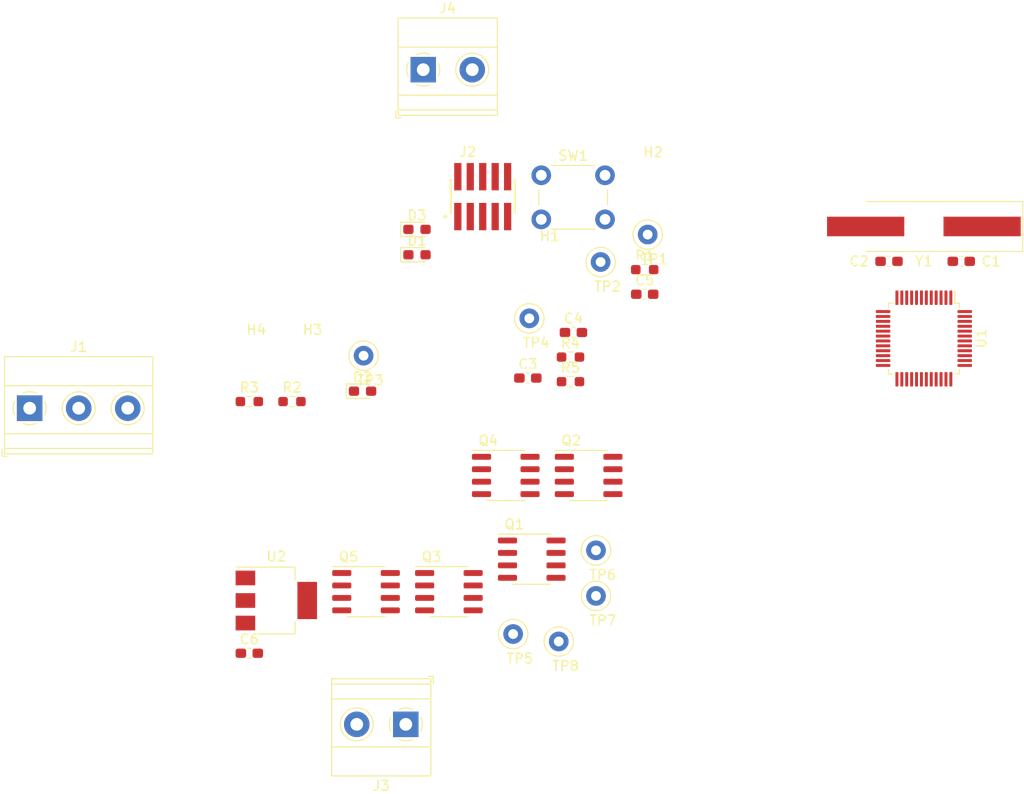
<source format=kicad_pcb>
(kicad_pcb (version 20171130) (host pcbnew "(5.1.10)-1")

  (general
    (thickness 1.6)
    (drawings 0)
    (tracks 0)
    (zones 0)
    (modules 39)
    (nets 24)
  )

  (page A4)
  (layers
    (0 F.Cu signal)
    (31 B.Cu signal)
    (32 B.Adhes user)
    (33 F.Adhes user)
    (34 B.Paste user)
    (35 F.Paste user)
    (36 B.SilkS user)
    (37 F.SilkS user)
    (38 B.Mask user)
    (39 F.Mask user)
    (40 Dwgs.User user)
    (41 Cmts.User user)
    (42 Eco1.User user)
    (43 Eco2.User user)
    (44 Edge.Cuts user)
    (45 Margin user)
    (46 B.CrtYd user)
    (47 F.CrtYd user)
    (48 B.Fab user hide)
    (49 F.Fab user hide)
  )

  (setup
    (last_trace_width 0.25)
    (trace_clearance 0.2)
    (zone_clearance 0.508)
    (zone_45_only no)
    (trace_min 0.2)
    (via_size 0.8)
    (via_drill 0.4)
    (via_min_size 0.4)
    (via_min_drill 0.3)
    (uvia_size 0.3)
    (uvia_drill 0.1)
    (uvias_allowed no)
    (uvia_min_size 0.2)
    (uvia_min_drill 0.1)
    (edge_width 0.05)
    (segment_width 0.2)
    (pcb_text_width 0.3)
    (pcb_text_size 1.5 1.5)
    (mod_edge_width 0.12)
    (mod_text_size 1 1)
    (mod_text_width 0.15)
    (pad_size 1.524 1.524)
    (pad_drill 0.762)
    (pad_to_mask_clearance 0)
    (aux_axis_origin 0 0)
    (visible_elements FFFFFF7F)
    (pcbplotparams
      (layerselection 0x010fc_ffffffff)
      (usegerberextensions false)
      (usegerberattributes true)
      (usegerberadvancedattributes true)
      (creategerberjobfile true)
      (excludeedgelayer true)
      (linewidth 0.100000)
      (plotframeref false)
      (viasonmask false)
      (mode 1)
      (useauxorigin false)
      (hpglpennumber 1)
      (hpglpenspeed 20)
      (hpglpendiameter 15.000000)
      (psnegative false)
      (psa4output false)
      (plotreference true)
      (plotvalue true)
      (plotinvisibletext false)
      (padsonsilk false)
      (subtractmaskfromsilk false)
      (outputformat 1)
      (mirror false)
      (drillshape 1)
      (scaleselection 1)
      (outputdirectory ""))
  )

  (net 0 "")
  (net 1 /PF0)
  (net 2 GND)
  (net 3 /PF1)
  (net 4 /RST)
  (net 5 +3V3)
  (net 6 VBUS)
  (net 7 "Net-(D1-Pad2)")
  (net 8 "Net-(D2-Pad2)")
  (net 9 "Net-(D3-Pad2)")
  (net 10 /PWM_IN)
  (net 11 "Net-(J3-Pad1)")
  (net 12 /switching/MOTOR-)
  (net 13 /switching/MOTOR+)
  (net 14 TIM1_CH1)
  (net 15 TIM1_CH2)
  (net 16 TIM1_CH3)
  (net 17 TIM1_CH4)
  (net 18 /LED_R)
  (net 19 /LED_B)
  (net 20 /LED_G)
  (net 21 /VBUS_ADC)
  (net 22 /SWCLK)
  (net 23 /SWDIO)

  (net_class Default "This is the default net class."
    (clearance 0.2)
    (trace_width 0.25)
    (via_dia 0.8)
    (via_drill 0.4)
    (uvia_dia 0.3)
    (uvia_drill 0.1)
    (add_net +3V3)
    (add_net +5V)
    (add_net /LED_B)
    (add_net /LED_G)
    (add_net /LED_R)
    (add_net /PF0)
    (add_net /PF1)
    (add_net /PWM_IN)
    (add_net /RST)
    (add_net /SWCLK)
    (add_net /SWDIO)
    (add_net /VBUS_ADC)
    (add_net /switching/MOTOR+)
    (add_net /switching/MOTOR-)
    (add_net GND)
    (add_net "Net-(D1-Pad2)")
    (add_net "Net-(D2-Pad2)")
    (add_net "Net-(D3-Pad2)")
    (add_net "Net-(J2-Pad6)")
    (add_net "Net-(J2-Pad7)")
    (add_net "Net-(J2-Pad8)")
    (add_net "Net-(J3-Pad1)")
    (add_net "Net-(U1-Pad11)")
    (add_net "Net-(U1-Pad13)")
    (add_net "Net-(U1-Pad14)")
    (add_net "Net-(U1-Pad15)")
    (add_net "Net-(U1-Pad16)")
    (add_net "Net-(U1-Pad17)")
    (add_net "Net-(U1-Pad18)")
    (add_net "Net-(U1-Pad19)")
    (add_net "Net-(U1-Pad2)")
    (add_net "Net-(U1-Pad20)")
    (add_net "Net-(U1-Pad21)")
    (add_net "Net-(U1-Pad22)")
    (add_net "Net-(U1-Pad25)")
    (add_net "Net-(U1-Pad3)")
    (add_net "Net-(U1-Pad33)")
    (add_net "Net-(U1-Pad35)")
    (add_net "Net-(U1-Pad36)")
    (add_net "Net-(U1-Pad38)")
    (add_net "Net-(U1-Pad39)")
    (add_net "Net-(U1-Pad4)")
    (add_net "Net-(U1-Pad40)")
    (add_net "Net-(U1-Pad41)")
    (add_net "Net-(U1-Pad42)")
    (add_net "Net-(U1-Pad43)")
    (add_net "Net-(U1-Pad45)")
    (add_net "Net-(U1-Pad46)")
    (add_net TIM1_CH1)
    (add_net TIM1_CH2)
    (add_net TIM1_CH3)
    (add_net TIM1_CH4)
    (add_net VBUS)
  )

  (module Crystal:Crystal_SMD_HC49-SD_HandSoldering (layer F.Cu) (tedit 5A1AD52C) (tstamp 6107CD08)
    (at 1011.936 141.224 180)
    (descr "SMD Crystal HC-49-SD http://cdn-reichelt.de/documents/datenblatt/B400/xxx-HC49-SMD.pdf, hand-soldering, 11.4x4.7mm^2 package")
    (tags "SMD SMT crystal hand-soldering")
    (path /60FC970E)
    (attr smd)
    (fp_text reference Y1 (at 0 -3.55) (layer F.SilkS)
      (effects (font (size 1 1) (thickness 0.15)))
    )
    (fp_text value 8MHz (at 0 3.55) (layer F.Fab)
      (effects (font (size 1 1) (thickness 0.15)))
    )
    (fp_arc (start 3.015 0) (end 3.015 -2.115) (angle 180) (layer F.Fab) (width 0.1))
    (fp_arc (start -3.015 0) (end -3.015 -2.115) (angle -180) (layer F.Fab) (width 0.1))
    (fp_text user %R (at 0 0) (layer F.Fab)
      (effects (font (size 1 1) (thickness 0.15)))
    )
    (fp_line (start -5.7 -2.35) (end -5.7 2.35) (layer F.Fab) (width 0.1))
    (fp_line (start -5.7 2.35) (end 5.7 2.35) (layer F.Fab) (width 0.1))
    (fp_line (start 5.7 2.35) (end 5.7 -2.35) (layer F.Fab) (width 0.1))
    (fp_line (start 5.7 -2.35) (end -5.7 -2.35) (layer F.Fab) (width 0.1))
    (fp_line (start -3.015 -2.115) (end 3.015 -2.115) (layer F.Fab) (width 0.1))
    (fp_line (start -3.015 2.115) (end 3.015 2.115) (layer F.Fab) (width 0.1))
    (fp_line (start 5.9 -2.55) (end -10.075 -2.55) (layer F.SilkS) (width 0.12))
    (fp_line (start -10.075 -2.55) (end -10.075 2.55) (layer F.SilkS) (width 0.12))
    (fp_line (start -10.075 2.55) (end 5.9 2.55) (layer F.SilkS) (width 0.12))
    (fp_line (start -10.2 -2.6) (end -10.2 2.6) (layer F.CrtYd) (width 0.05))
    (fp_line (start -10.2 2.6) (end 10.2 2.6) (layer F.CrtYd) (width 0.05))
    (fp_line (start 10.2 2.6) (end 10.2 -2.6) (layer F.CrtYd) (width 0.05))
    (fp_line (start 10.2 -2.6) (end -10.2 -2.6) (layer F.CrtYd) (width 0.05))
    (pad 2 smd rect (at 5.9375 0 180) (size 7.875 2) (layers F.Cu F.Paste F.Mask)
      (net 3 /PF1))
    (pad 1 smd rect (at -5.9375 0 180) (size 7.875 2) (layers F.Cu F.Paste F.Mask)
      (net 1 /PF0))
    (model ${KISYS3DMOD}/Crystal.3dshapes/Crystal_SMD_HC49-SD.wrl
      (at (xyz 0 0 0))
      (scale (xyz 1 1 1))
      (rotate (xyz 0 0 0))
    )
  )

  (module Package_TO_SOT_SMD:SOT-223-3_TabPin2 (layer F.Cu) (tedit 5A02FF57) (tstamp 6107C1B6)
    (at 945.9 179.388)
    (descr "module CMS SOT223 4 pins")
    (tags "CMS SOT")
    (path /60FF607A/610A4002)
    (attr smd)
    (fp_text reference U2 (at 0 -4.5) (layer F.SilkS)
      (effects (font (size 1 1) (thickness 0.15)))
    )
    (fp_text value LD1117S33TR_SOT223 (at 0 4.5) (layer F.Fab)
      (effects (font (size 1 1) (thickness 0.15)))
    )
    (fp_text user %R (at 0 0 90) (layer F.Fab)
      (effects (font (size 0.8 0.8) (thickness 0.12)))
    )
    (fp_line (start 1.91 3.41) (end 1.91 2.15) (layer F.SilkS) (width 0.12))
    (fp_line (start 1.91 -3.41) (end 1.91 -2.15) (layer F.SilkS) (width 0.12))
    (fp_line (start 4.4 -3.6) (end -4.4 -3.6) (layer F.CrtYd) (width 0.05))
    (fp_line (start 4.4 3.6) (end 4.4 -3.6) (layer F.CrtYd) (width 0.05))
    (fp_line (start -4.4 3.6) (end 4.4 3.6) (layer F.CrtYd) (width 0.05))
    (fp_line (start -4.4 -3.6) (end -4.4 3.6) (layer F.CrtYd) (width 0.05))
    (fp_line (start -1.85 -2.35) (end -0.85 -3.35) (layer F.Fab) (width 0.1))
    (fp_line (start -1.85 -2.35) (end -1.85 3.35) (layer F.Fab) (width 0.1))
    (fp_line (start -1.85 3.41) (end 1.91 3.41) (layer F.SilkS) (width 0.12))
    (fp_line (start -0.85 -3.35) (end 1.85 -3.35) (layer F.Fab) (width 0.1))
    (fp_line (start -4.1 -3.41) (end 1.91 -3.41) (layer F.SilkS) (width 0.12))
    (fp_line (start -1.85 3.35) (end 1.85 3.35) (layer F.Fab) (width 0.1))
    (fp_line (start 1.85 -3.35) (end 1.85 3.35) (layer F.Fab) (width 0.1))
    (pad 1 smd rect (at -3.15 -2.3) (size 2 1.5) (layers F.Cu F.Paste F.Mask)
      (net 2 GND))
    (pad 3 smd rect (at -3.15 2.3) (size 2 1.5) (layers F.Cu F.Paste F.Mask)
      (net 6 VBUS))
    (pad 2 smd rect (at -3.15 0) (size 2 1.5) (layers F.Cu F.Paste F.Mask)
      (net 5 +3V3))
    (pad 2 smd rect (at 3.15 0) (size 2 3.8) (layers F.Cu F.Paste F.Mask)
      (net 5 +3V3))
    (model ${KISYS3DMOD}/Package_TO_SOT_SMD.3dshapes/SOT-223.wrl
      (at (xyz 0 0 0))
      (scale (xyz 1 1 1))
      (rotate (xyz 0 0 0))
    )
  )

  (module Package_QFP:LQFP-48_7x7mm_P0.5mm (layer F.Cu) (tedit 5D9F72AF) (tstamp 6107C1A0)
    (at 1011.936 152.654 270)
    (descr "LQFP, 48 Pin (https://www.analog.com/media/en/technical-documentation/data-sheets/ltc2358-16.pdf), generated with kicad-footprint-generator ipc_gullwing_generator.py")
    (tags "LQFP QFP")
    (path /60FA22D6)
    (attr smd)
    (fp_text reference U1 (at 0 -5.85 90) (layer F.SilkS)
      (effects (font (size 1 1) (thickness 0.15)))
    )
    (fp_text value STM32F030C8Tx (at 0 5.85 90) (layer F.Fab)
      (effects (font (size 1 1) (thickness 0.15)))
    )
    (fp_text user %R (at 0 0 90) (layer F.Fab)
      (effects (font (size 1 1) (thickness 0.15)))
    )
    (fp_line (start 3.16 3.61) (end 3.61 3.61) (layer F.SilkS) (width 0.12))
    (fp_line (start 3.61 3.61) (end 3.61 3.16) (layer F.SilkS) (width 0.12))
    (fp_line (start -3.16 3.61) (end -3.61 3.61) (layer F.SilkS) (width 0.12))
    (fp_line (start -3.61 3.61) (end -3.61 3.16) (layer F.SilkS) (width 0.12))
    (fp_line (start 3.16 -3.61) (end 3.61 -3.61) (layer F.SilkS) (width 0.12))
    (fp_line (start 3.61 -3.61) (end 3.61 -3.16) (layer F.SilkS) (width 0.12))
    (fp_line (start -3.16 -3.61) (end -3.61 -3.61) (layer F.SilkS) (width 0.12))
    (fp_line (start -3.61 -3.61) (end -3.61 -3.16) (layer F.SilkS) (width 0.12))
    (fp_line (start -3.61 -3.16) (end -4.9 -3.16) (layer F.SilkS) (width 0.12))
    (fp_line (start -2.5 -3.5) (end 3.5 -3.5) (layer F.Fab) (width 0.1))
    (fp_line (start 3.5 -3.5) (end 3.5 3.5) (layer F.Fab) (width 0.1))
    (fp_line (start 3.5 3.5) (end -3.5 3.5) (layer F.Fab) (width 0.1))
    (fp_line (start -3.5 3.5) (end -3.5 -2.5) (layer F.Fab) (width 0.1))
    (fp_line (start -3.5 -2.5) (end -2.5 -3.5) (layer F.Fab) (width 0.1))
    (fp_line (start 0 -5.15) (end -3.15 -5.15) (layer F.CrtYd) (width 0.05))
    (fp_line (start -3.15 -5.15) (end -3.15 -3.75) (layer F.CrtYd) (width 0.05))
    (fp_line (start -3.15 -3.75) (end -3.75 -3.75) (layer F.CrtYd) (width 0.05))
    (fp_line (start -3.75 -3.75) (end -3.75 -3.15) (layer F.CrtYd) (width 0.05))
    (fp_line (start -3.75 -3.15) (end -5.15 -3.15) (layer F.CrtYd) (width 0.05))
    (fp_line (start -5.15 -3.15) (end -5.15 0) (layer F.CrtYd) (width 0.05))
    (fp_line (start 0 -5.15) (end 3.15 -5.15) (layer F.CrtYd) (width 0.05))
    (fp_line (start 3.15 -5.15) (end 3.15 -3.75) (layer F.CrtYd) (width 0.05))
    (fp_line (start 3.15 -3.75) (end 3.75 -3.75) (layer F.CrtYd) (width 0.05))
    (fp_line (start 3.75 -3.75) (end 3.75 -3.15) (layer F.CrtYd) (width 0.05))
    (fp_line (start 3.75 -3.15) (end 5.15 -3.15) (layer F.CrtYd) (width 0.05))
    (fp_line (start 5.15 -3.15) (end 5.15 0) (layer F.CrtYd) (width 0.05))
    (fp_line (start 0 5.15) (end -3.15 5.15) (layer F.CrtYd) (width 0.05))
    (fp_line (start -3.15 5.15) (end -3.15 3.75) (layer F.CrtYd) (width 0.05))
    (fp_line (start -3.15 3.75) (end -3.75 3.75) (layer F.CrtYd) (width 0.05))
    (fp_line (start -3.75 3.75) (end -3.75 3.15) (layer F.CrtYd) (width 0.05))
    (fp_line (start -3.75 3.15) (end -5.15 3.15) (layer F.CrtYd) (width 0.05))
    (fp_line (start -5.15 3.15) (end -5.15 0) (layer F.CrtYd) (width 0.05))
    (fp_line (start 0 5.15) (end 3.15 5.15) (layer F.CrtYd) (width 0.05))
    (fp_line (start 3.15 5.15) (end 3.15 3.75) (layer F.CrtYd) (width 0.05))
    (fp_line (start 3.15 3.75) (end 3.75 3.75) (layer F.CrtYd) (width 0.05))
    (fp_line (start 3.75 3.75) (end 3.75 3.15) (layer F.CrtYd) (width 0.05))
    (fp_line (start 3.75 3.15) (end 5.15 3.15) (layer F.CrtYd) (width 0.05))
    (fp_line (start 5.15 3.15) (end 5.15 0) (layer F.CrtYd) (width 0.05))
    (pad 48 smd roundrect (at -2.75 -4.1625 270) (size 0.3 1.475) (layers F.Cu F.Paste F.Mask) (roundrect_rratio 0.25)
      (net 5 +3V3))
    (pad 47 smd roundrect (at -2.25 -4.1625 270) (size 0.3 1.475) (layers F.Cu F.Paste F.Mask) (roundrect_rratio 0.25)
      (net 2 GND))
    (pad 46 smd roundrect (at -1.75 -4.1625 270) (size 0.3 1.475) (layers F.Cu F.Paste F.Mask) (roundrect_rratio 0.25))
    (pad 45 smd roundrect (at -1.25 -4.1625 270) (size 0.3 1.475) (layers F.Cu F.Paste F.Mask) (roundrect_rratio 0.25))
    (pad 44 smd roundrect (at -0.75 -4.1625 270) (size 0.3 1.475) (layers F.Cu F.Paste F.Mask) (roundrect_rratio 0.25)
      (net 2 GND))
    (pad 43 smd roundrect (at -0.25 -4.1625 270) (size 0.3 1.475) (layers F.Cu F.Paste F.Mask) (roundrect_rratio 0.25))
    (pad 42 smd roundrect (at 0.25 -4.1625 270) (size 0.3 1.475) (layers F.Cu F.Paste F.Mask) (roundrect_rratio 0.25))
    (pad 41 smd roundrect (at 0.75 -4.1625 270) (size 0.3 1.475) (layers F.Cu F.Paste F.Mask) (roundrect_rratio 0.25))
    (pad 40 smd roundrect (at 1.25 -4.1625 270) (size 0.3 1.475) (layers F.Cu F.Paste F.Mask) (roundrect_rratio 0.25))
    (pad 39 smd roundrect (at 1.75 -4.1625 270) (size 0.3 1.475) (layers F.Cu F.Paste F.Mask) (roundrect_rratio 0.25))
    (pad 38 smd roundrect (at 2.25 -4.1625 270) (size 0.3 1.475) (layers F.Cu F.Paste F.Mask) (roundrect_rratio 0.25))
    (pad 37 smd roundrect (at 2.75 -4.1625 270) (size 0.3 1.475) (layers F.Cu F.Paste F.Mask) (roundrect_rratio 0.25)
      (net 22 /SWCLK))
    (pad 36 smd roundrect (at 4.1625 -2.75 270) (size 1.475 0.3) (layers F.Cu F.Paste F.Mask) (roundrect_rratio 0.25))
    (pad 35 smd roundrect (at 4.1625 -2.25 270) (size 1.475 0.3) (layers F.Cu F.Paste F.Mask) (roundrect_rratio 0.25))
    (pad 34 smd roundrect (at 4.1625 -1.75 270) (size 1.475 0.3) (layers F.Cu F.Paste F.Mask) (roundrect_rratio 0.25)
      (net 23 /SWDIO))
    (pad 33 smd roundrect (at 4.1625 -1.25 270) (size 1.475 0.3) (layers F.Cu F.Paste F.Mask) (roundrect_rratio 0.25))
    (pad 32 smd roundrect (at 4.1625 -0.75 270) (size 1.475 0.3) (layers F.Cu F.Paste F.Mask) (roundrect_rratio 0.25)
      (net 17 TIM1_CH4))
    (pad 31 smd roundrect (at 4.1625 -0.25 270) (size 1.475 0.3) (layers F.Cu F.Paste F.Mask) (roundrect_rratio 0.25)
      (net 16 TIM1_CH3))
    (pad 30 smd roundrect (at 4.1625 0.25 270) (size 1.475 0.3) (layers F.Cu F.Paste F.Mask) (roundrect_rratio 0.25)
      (net 15 TIM1_CH2))
    (pad 29 smd roundrect (at 4.1625 0.75 270) (size 1.475 0.3) (layers F.Cu F.Paste F.Mask) (roundrect_rratio 0.25)
      (net 14 TIM1_CH1))
    (pad 28 smd roundrect (at 4.1625 1.25 270) (size 1.475 0.3) (layers F.Cu F.Paste F.Mask) (roundrect_rratio 0.25)
      (net 20 /LED_G))
    (pad 27 smd roundrect (at 4.1625 1.75 270) (size 1.475 0.3) (layers F.Cu F.Paste F.Mask) (roundrect_rratio 0.25)
      (net 19 /LED_B))
    (pad 26 smd roundrect (at 4.1625 2.25 270) (size 1.475 0.3) (layers F.Cu F.Paste F.Mask) (roundrect_rratio 0.25)
      (net 18 /LED_R))
    (pad 25 smd roundrect (at 4.1625 2.75 270) (size 1.475 0.3) (layers F.Cu F.Paste F.Mask) (roundrect_rratio 0.25))
    (pad 24 smd roundrect (at 2.75 4.1625 270) (size 0.3 1.475) (layers F.Cu F.Paste F.Mask) (roundrect_rratio 0.25)
      (net 5 +3V3))
    (pad 23 smd roundrect (at 2.25 4.1625 270) (size 0.3 1.475) (layers F.Cu F.Paste F.Mask) (roundrect_rratio 0.25)
      (net 2 GND))
    (pad 22 smd roundrect (at 1.75 4.1625 270) (size 0.3 1.475) (layers F.Cu F.Paste F.Mask) (roundrect_rratio 0.25))
    (pad 21 smd roundrect (at 1.25 4.1625 270) (size 0.3 1.475) (layers F.Cu F.Paste F.Mask) (roundrect_rratio 0.25))
    (pad 20 smd roundrect (at 0.75 4.1625 270) (size 0.3 1.475) (layers F.Cu F.Paste F.Mask) (roundrect_rratio 0.25))
    (pad 19 smd roundrect (at 0.25 4.1625 270) (size 0.3 1.475) (layers F.Cu F.Paste F.Mask) (roundrect_rratio 0.25))
    (pad 18 smd roundrect (at -0.25 4.1625 270) (size 0.3 1.475) (layers F.Cu F.Paste F.Mask) (roundrect_rratio 0.25))
    (pad 17 smd roundrect (at -0.75 4.1625 270) (size 0.3 1.475) (layers F.Cu F.Paste F.Mask) (roundrect_rratio 0.25))
    (pad 16 smd roundrect (at -1.25 4.1625 270) (size 0.3 1.475) (layers F.Cu F.Paste F.Mask) (roundrect_rratio 0.25))
    (pad 15 smd roundrect (at -1.75 4.1625 270) (size 0.3 1.475) (layers F.Cu F.Paste F.Mask) (roundrect_rratio 0.25))
    (pad 14 smd roundrect (at -2.25 4.1625 270) (size 0.3 1.475) (layers F.Cu F.Paste F.Mask) (roundrect_rratio 0.25))
    (pad 13 smd roundrect (at -2.75 4.1625 270) (size 0.3 1.475) (layers F.Cu F.Paste F.Mask) (roundrect_rratio 0.25))
    (pad 12 smd roundrect (at -4.1625 2.75 270) (size 1.475 0.3) (layers F.Cu F.Paste F.Mask) (roundrect_rratio 0.25)
      (net 10 /PWM_IN))
    (pad 11 smd roundrect (at -4.1625 2.25 270) (size 1.475 0.3) (layers F.Cu F.Paste F.Mask) (roundrect_rratio 0.25))
    (pad 10 smd roundrect (at -4.1625 1.75 270) (size 1.475 0.3) (layers F.Cu F.Paste F.Mask) (roundrect_rratio 0.25)
      (net 21 /VBUS_ADC))
    (pad 9 smd roundrect (at -4.1625 1.25 270) (size 1.475 0.3) (layers F.Cu F.Paste F.Mask) (roundrect_rratio 0.25)
      (net 5 +3V3))
    (pad 8 smd roundrect (at -4.1625 0.75 270) (size 1.475 0.3) (layers F.Cu F.Paste F.Mask) (roundrect_rratio 0.25)
      (net 2 GND))
    (pad 7 smd roundrect (at -4.1625 0.25 270) (size 1.475 0.3) (layers F.Cu F.Paste F.Mask) (roundrect_rratio 0.25)
      (net 4 /RST))
    (pad 6 smd roundrect (at -4.1625 -0.25 270) (size 1.475 0.3) (layers F.Cu F.Paste F.Mask) (roundrect_rratio 0.25)
      (net 3 /PF1))
    (pad 5 smd roundrect (at -4.1625 -0.75 270) (size 1.475 0.3) (layers F.Cu F.Paste F.Mask) (roundrect_rratio 0.25)
      (net 1 /PF0))
    (pad 4 smd roundrect (at -4.1625 -1.25 270) (size 1.475 0.3) (layers F.Cu F.Paste F.Mask) (roundrect_rratio 0.25))
    (pad 3 smd roundrect (at -4.1625 -1.75 270) (size 1.475 0.3) (layers F.Cu F.Paste F.Mask) (roundrect_rratio 0.25))
    (pad 2 smd roundrect (at -4.1625 -2.25 270) (size 1.475 0.3) (layers F.Cu F.Paste F.Mask) (roundrect_rratio 0.25))
    (pad 1 smd roundrect (at -4.1625 -2.75 270) (size 1.475 0.3) (layers F.Cu F.Paste F.Mask) (roundrect_rratio 0.25)
      (net 5 +3V3))
    (model ${KISYS3DMOD}/Package_QFP.3dshapes/LQFP-48_7x7mm_P0.5mm.wrl
      (at (xyz 0 0 0))
      (scale (xyz 1 1 1))
      (rotate (xyz 0 0 0))
    )
  )

  (module TestPoint:TestPoint_Loop_D1.80mm_Drill1.0mm_Beaded (layer F.Cu) (tedit 5A0F774F) (tstamp 6107C145)
    (at 974.7 183.568)
    (descr "wire loop with bead as test point, loop diameter 1.8mm, hole diameter 1.0mm")
    (tags "test point wire loop bead")
    (path /60FF607A/60FDE8F9)
    (fp_text reference TP8 (at 0.7 2.5) (layer F.SilkS)
      (effects (font (size 1 1) (thickness 0.15)))
    )
    (fp_text value TestPoint (at 0 -2.8) (layer F.Fab)
      (effects (font (size 1 1) (thickness 0.15)))
    )
    (fp_text user %R (at 0.7 2.5) (layer F.Fab)
      (effects (font (size 1 1) (thickness 0.15)))
    )
    (fp_circle (center 0 0) (end 1.8 0) (layer F.CrtYd) (width 0.05))
    (fp_circle (center 0 0) (end 1.5 0) (layer F.SilkS) (width 0.12))
    (fp_line (start -0.9 -0.2) (end 0.9 -0.2) (layer F.Fab) (width 0.12))
    (fp_line (start 0.9 -0.2) (end 0.9 0.2) (layer F.Fab) (width 0.12))
    (fp_line (start 0.9 0.2) (end -0.9 0.2) (layer F.Fab) (width 0.12))
    (fp_line (start -0.9 0.2) (end -0.9 -0.2) (layer F.Fab) (width 0.12))
    (fp_circle (center 0 0) (end 1.3 0) (layer F.Fab) (width 0.12))
    (pad 1 thru_hole circle (at 0 0) (size 2 2) (drill 1) (layers *.Cu *.Mask)
      (net 17 TIM1_CH4))
    (model ${KISYS3DMOD}/TestPoint.3dshapes/TestPoint_Loop_D1.80mm_Drill1.0mm_Beaded.wrl
      (at (xyz 0 0 0))
      (scale (xyz 1 1 1))
      (rotate (xyz 0 0 0))
    )
  )

  (module TestPoint:TestPoint_Loop_D1.80mm_Drill1.0mm_Beaded (layer F.Cu) (tedit 5A0F774F) (tstamp 6107C138)
    (at 978.5 178.918)
    (descr "wire loop with bead as test point, loop diameter 1.8mm, hole diameter 1.0mm")
    (tags "test point wire loop bead")
    (path /60FF607A/60FDDF55)
    (fp_text reference TP7 (at 0.7 2.5) (layer F.SilkS)
      (effects (font (size 1 1) (thickness 0.15)))
    )
    (fp_text value TestPoint (at 0 -2.8) (layer F.Fab)
      (effects (font (size 1 1) (thickness 0.15)))
    )
    (fp_text user %R (at 0.7 2.5) (layer F.Fab)
      (effects (font (size 1 1) (thickness 0.15)))
    )
    (fp_circle (center 0 0) (end 1.8 0) (layer F.CrtYd) (width 0.05))
    (fp_circle (center 0 0) (end 1.5 0) (layer F.SilkS) (width 0.12))
    (fp_line (start -0.9 -0.2) (end 0.9 -0.2) (layer F.Fab) (width 0.12))
    (fp_line (start 0.9 -0.2) (end 0.9 0.2) (layer F.Fab) (width 0.12))
    (fp_line (start 0.9 0.2) (end -0.9 0.2) (layer F.Fab) (width 0.12))
    (fp_line (start -0.9 0.2) (end -0.9 -0.2) (layer F.Fab) (width 0.12))
    (fp_circle (center 0 0) (end 1.3 0) (layer F.Fab) (width 0.12))
    (pad 1 thru_hole circle (at 0 0) (size 2 2) (drill 1) (layers *.Cu *.Mask)
      (net 16 TIM1_CH3))
    (model ${KISYS3DMOD}/TestPoint.3dshapes/TestPoint_Loop_D1.80mm_Drill1.0mm_Beaded.wrl
      (at (xyz 0 0 0))
      (scale (xyz 1 1 1))
      (rotate (xyz 0 0 0))
    )
  )

  (module TestPoint:TestPoint_Loop_D1.80mm_Drill1.0mm_Beaded (layer F.Cu) (tedit 5A0F774F) (tstamp 6107C12B)
    (at 978.5 174.268)
    (descr "wire loop with bead as test point, loop diameter 1.8mm, hole diameter 1.0mm")
    (tags "test point wire loop bead")
    (path /60FF607A/60FD9226)
    (fp_text reference TP6 (at 0.7 2.5) (layer F.SilkS)
      (effects (font (size 1 1) (thickness 0.15)))
    )
    (fp_text value TestPoint (at 0 -2.8) (layer F.Fab)
      (effects (font (size 1 1) (thickness 0.15)))
    )
    (fp_text user %R (at 0.7 2.5) (layer F.Fab)
      (effects (font (size 1 1) (thickness 0.15)))
    )
    (fp_circle (center 0 0) (end 1.8 0) (layer F.CrtYd) (width 0.05))
    (fp_circle (center 0 0) (end 1.5 0) (layer F.SilkS) (width 0.12))
    (fp_line (start -0.9 -0.2) (end 0.9 -0.2) (layer F.Fab) (width 0.12))
    (fp_line (start 0.9 -0.2) (end 0.9 0.2) (layer F.Fab) (width 0.12))
    (fp_line (start 0.9 0.2) (end -0.9 0.2) (layer F.Fab) (width 0.12))
    (fp_line (start -0.9 0.2) (end -0.9 -0.2) (layer F.Fab) (width 0.12))
    (fp_circle (center 0 0) (end 1.3 0) (layer F.Fab) (width 0.12))
    (pad 1 thru_hole circle (at 0 0) (size 2 2) (drill 1) (layers *.Cu *.Mask)
      (net 15 TIM1_CH2))
    (model ${KISYS3DMOD}/TestPoint.3dshapes/TestPoint_Loop_D1.80mm_Drill1.0mm_Beaded.wrl
      (at (xyz 0 0 0))
      (scale (xyz 1 1 1))
      (rotate (xyz 0 0 0))
    )
  )

  (module TestPoint:TestPoint_Loop_D1.80mm_Drill1.0mm_Beaded (layer F.Cu) (tedit 5A0F774F) (tstamp 6107C11E)
    (at 970.05 182.808)
    (descr "wire loop with bead as test point, loop diameter 1.8mm, hole diameter 1.0mm")
    (tags "test point wire loop bead")
    (path /60FF607A/60FD782C)
    (fp_text reference TP5 (at 0.7 2.5) (layer F.SilkS)
      (effects (font (size 1 1) (thickness 0.15)))
    )
    (fp_text value TestPoint (at 0 -2.8) (layer F.Fab)
      (effects (font (size 1 1) (thickness 0.15)))
    )
    (fp_text user %R (at 0.7 2.5) (layer F.Fab)
      (effects (font (size 1 1) (thickness 0.15)))
    )
    (fp_circle (center 0 0) (end 1.8 0) (layer F.CrtYd) (width 0.05))
    (fp_circle (center 0 0) (end 1.5 0) (layer F.SilkS) (width 0.12))
    (fp_line (start -0.9 -0.2) (end 0.9 -0.2) (layer F.Fab) (width 0.12))
    (fp_line (start 0.9 -0.2) (end 0.9 0.2) (layer F.Fab) (width 0.12))
    (fp_line (start 0.9 0.2) (end -0.9 0.2) (layer F.Fab) (width 0.12))
    (fp_line (start -0.9 0.2) (end -0.9 -0.2) (layer F.Fab) (width 0.12))
    (fp_circle (center 0 0) (end 1.3 0) (layer F.Fab) (width 0.12))
    (pad 1 thru_hole circle (at 0 0) (size 2 2) (drill 1) (layers *.Cu *.Mask)
      (net 14 TIM1_CH1))
    (model ${KISYS3DMOD}/TestPoint.3dshapes/TestPoint_Loop_D1.80mm_Drill1.0mm_Beaded.wrl
      (at (xyz 0 0 0))
      (scale (xyz 1 1 1))
      (rotate (xyz 0 0 0))
    )
  )

  (module TestPoint:TestPoint_Loop_D1.80mm_Drill1.0mm_Beaded (layer F.Cu) (tedit 5A0F774F) (tstamp 6107C111)
    (at 971.7 150.598)
    (descr "wire loop with bead as test point, loop diameter 1.8mm, hole diameter 1.0mm")
    (tags "test point wire loop bead")
    (path /61014510)
    (fp_text reference TP4 (at 0.7 2.5) (layer F.SilkS)
      (effects (font (size 1 1) (thickness 0.15)))
    )
    (fp_text value TestPoint (at 0 -2.8) (layer F.Fab)
      (effects (font (size 1 1) (thickness 0.15)))
    )
    (fp_text user %R (at 0.7 2.5) (layer F.Fab)
      (effects (font (size 1 1) (thickness 0.15)))
    )
    (fp_circle (center 0 0) (end 1.8 0) (layer F.CrtYd) (width 0.05))
    (fp_circle (center 0 0) (end 1.5 0) (layer F.SilkS) (width 0.12))
    (fp_line (start -0.9 -0.2) (end 0.9 -0.2) (layer F.Fab) (width 0.12))
    (fp_line (start 0.9 -0.2) (end 0.9 0.2) (layer F.Fab) (width 0.12))
    (fp_line (start 0.9 0.2) (end -0.9 0.2) (layer F.Fab) (width 0.12))
    (fp_line (start -0.9 0.2) (end -0.9 -0.2) (layer F.Fab) (width 0.12))
    (fp_circle (center 0 0) (end 1.3 0) (layer F.Fab) (width 0.12))
    (pad 1 thru_hole circle (at 0 0) (size 2 2) (drill 1) (layers *.Cu *.Mask)
      (net 23 /SWDIO))
    (model ${KISYS3DMOD}/TestPoint.3dshapes/TestPoint_Loop_D1.80mm_Drill1.0mm_Beaded.wrl
      (at (xyz 0 0 0))
      (scale (xyz 1 1 1))
      (rotate (xyz 0 0 0))
    )
  )

  (module TestPoint:TestPoint_Loop_D1.80mm_Drill1.0mm_Beaded (layer F.Cu) (tedit 5A0F774F) (tstamp 6107C104)
    (at 954.8 154.408)
    (descr "wire loop with bead as test point, loop diameter 1.8mm, hole diameter 1.0mm")
    (tags "test point wire loop bead")
    (path /610188FE)
    (fp_text reference TP3 (at 0.7 2.5) (layer F.SilkS)
      (effects (font (size 1 1) (thickness 0.15)))
    )
    (fp_text value TestPoint (at 0 -2.8) (layer F.Fab)
      (effects (font (size 1 1) (thickness 0.15)))
    )
    (fp_text user %R (at 0.7 2.5) (layer F.Fab)
      (effects (font (size 1 1) (thickness 0.15)))
    )
    (fp_circle (center 0 0) (end 1.8 0) (layer F.CrtYd) (width 0.05))
    (fp_circle (center 0 0) (end 1.5 0) (layer F.SilkS) (width 0.12))
    (fp_line (start -0.9 -0.2) (end 0.9 -0.2) (layer F.Fab) (width 0.12))
    (fp_line (start 0.9 -0.2) (end 0.9 0.2) (layer F.Fab) (width 0.12))
    (fp_line (start 0.9 0.2) (end -0.9 0.2) (layer F.Fab) (width 0.12))
    (fp_line (start -0.9 0.2) (end -0.9 -0.2) (layer F.Fab) (width 0.12))
    (fp_circle (center 0 0) (end 1.3 0) (layer F.Fab) (width 0.12))
    (pad 1 thru_hole circle (at 0 0) (size 2 2) (drill 1) (layers *.Cu *.Mask)
      (net 22 /SWCLK))
    (model ${KISYS3DMOD}/TestPoint.3dshapes/TestPoint_Loop_D1.80mm_Drill1.0mm_Beaded.wrl
      (at (xyz 0 0 0))
      (scale (xyz 1 1 1))
      (rotate (xyz 0 0 0))
    )
  )

  (module TestPoint:TestPoint_Loop_D1.80mm_Drill1.0mm_Beaded (layer F.Cu) (tedit 5A0F774F) (tstamp 6107C0F7)
    (at 978.97 144.848)
    (descr "wire loop with bead as test point, loop diameter 1.8mm, hole diameter 1.0mm")
    (tags "test point wire loop bead")
    (path /6101D98C)
    (fp_text reference TP2 (at 0.7 2.5) (layer F.SilkS)
      (effects (font (size 1 1) (thickness 0.15)))
    )
    (fp_text value TestPoint (at 0 -2.8) (layer F.Fab)
      (effects (font (size 1 1) (thickness 0.15)))
    )
    (fp_text user %R (at 0.7 2.5) (layer F.Fab)
      (effects (font (size 1 1) (thickness 0.15)))
    )
    (fp_circle (center 0 0) (end 1.8 0) (layer F.CrtYd) (width 0.05))
    (fp_circle (center 0 0) (end 1.5 0) (layer F.SilkS) (width 0.12))
    (fp_line (start -0.9 -0.2) (end 0.9 -0.2) (layer F.Fab) (width 0.12))
    (fp_line (start 0.9 -0.2) (end 0.9 0.2) (layer F.Fab) (width 0.12))
    (fp_line (start 0.9 0.2) (end -0.9 0.2) (layer F.Fab) (width 0.12))
    (fp_line (start -0.9 0.2) (end -0.9 -0.2) (layer F.Fab) (width 0.12))
    (fp_circle (center 0 0) (end 1.3 0) (layer F.Fab) (width 0.12))
    (pad 1 thru_hole circle (at 0 0) (size 2 2) (drill 1) (layers *.Cu *.Mask)
      (net 4 /RST))
    (model ${KISYS3DMOD}/TestPoint.3dshapes/TestPoint_Loop_D1.80mm_Drill1.0mm_Beaded.wrl
      (at (xyz 0 0 0))
      (scale (xyz 1 1 1))
      (rotate (xyz 0 0 0))
    )
  )

  (module TestPoint:TestPoint_Loop_D1.80mm_Drill1.0mm_Beaded (layer F.Cu) (tedit 5A0F774F) (tstamp 6107C0EA)
    (at 983.77 142.048)
    (descr "wire loop with bead as test point, loop diameter 1.8mm, hole diameter 1.0mm")
    (tags "test point wire loop bead")
    (path /60FE9C5A)
    (fp_text reference TP1 (at 0.7 2.5) (layer F.SilkS)
      (effects (font (size 1 1) (thickness 0.15)))
    )
    (fp_text value TestPoint (at 0 -2.8) (layer F.Fab)
      (effects (font (size 1 1) (thickness 0.15)))
    )
    (fp_text user %R (at 0.7 2.5) (layer F.Fab)
      (effects (font (size 1 1) (thickness 0.15)))
    )
    (fp_circle (center 0 0) (end 1.8 0) (layer F.CrtYd) (width 0.05))
    (fp_circle (center 0 0) (end 1.5 0) (layer F.SilkS) (width 0.12))
    (fp_line (start -0.9 -0.2) (end 0.9 -0.2) (layer F.Fab) (width 0.12))
    (fp_line (start 0.9 -0.2) (end 0.9 0.2) (layer F.Fab) (width 0.12))
    (fp_line (start 0.9 0.2) (end -0.9 0.2) (layer F.Fab) (width 0.12))
    (fp_line (start -0.9 0.2) (end -0.9 -0.2) (layer F.Fab) (width 0.12))
    (fp_circle (center 0 0) (end 1.3 0) (layer F.Fab) (width 0.12))
    (pad 1 thru_hole circle (at 0 0) (size 2 2) (drill 1) (layers *.Cu *.Mask)
      (net 10 /PWM_IN))
    (model ${KISYS3DMOD}/TestPoint.3dshapes/TestPoint_Loop_D1.80mm_Drill1.0mm_Beaded.wrl
      (at (xyz 0 0 0))
      (scale (xyz 1 1 1))
      (rotate (xyz 0 0 0))
    )
  )

  (module Button_Switch_THT:SW_PUSH_6mm (layer F.Cu) (tedit 5A02FE31) (tstamp 6107C0DD)
    (at 972.92 135.998)
    (descr https://www.omron.com/ecb/products/pdf/en-b3f.pdf)
    (tags "tact sw push 6mm")
    (path /60FC19BB)
    (fp_text reference SW1 (at 3.25 -2) (layer F.SilkS)
      (effects (font (size 1 1) (thickness 0.15)))
    )
    (fp_text value SW_Push (at 3.75 6.7) (layer F.Fab)
      (effects (font (size 1 1) (thickness 0.15)))
    )
    (fp_text user %R (at 3.25 2.25) (layer F.Fab)
      (effects (font (size 1 1) (thickness 0.15)))
    )
    (fp_line (start 3.25 -0.75) (end 6.25 -0.75) (layer F.Fab) (width 0.1))
    (fp_line (start 6.25 -0.75) (end 6.25 5.25) (layer F.Fab) (width 0.1))
    (fp_line (start 6.25 5.25) (end 0.25 5.25) (layer F.Fab) (width 0.1))
    (fp_line (start 0.25 5.25) (end 0.25 -0.75) (layer F.Fab) (width 0.1))
    (fp_line (start 0.25 -0.75) (end 3.25 -0.75) (layer F.Fab) (width 0.1))
    (fp_line (start 7.75 6) (end 8 6) (layer F.CrtYd) (width 0.05))
    (fp_line (start 8 6) (end 8 5.75) (layer F.CrtYd) (width 0.05))
    (fp_line (start 7.75 -1.5) (end 8 -1.5) (layer F.CrtYd) (width 0.05))
    (fp_line (start 8 -1.5) (end 8 -1.25) (layer F.CrtYd) (width 0.05))
    (fp_line (start -1.5 -1.25) (end -1.5 -1.5) (layer F.CrtYd) (width 0.05))
    (fp_line (start -1.5 -1.5) (end -1.25 -1.5) (layer F.CrtYd) (width 0.05))
    (fp_line (start -1.5 5.75) (end -1.5 6) (layer F.CrtYd) (width 0.05))
    (fp_line (start -1.5 6) (end -1.25 6) (layer F.CrtYd) (width 0.05))
    (fp_line (start -1.25 -1.5) (end 7.75 -1.5) (layer F.CrtYd) (width 0.05))
    (fp_line (start -1.5 5.75) (end -1.5 -1.25) (layer F.CrtYd) (width 0.05))
    (fp_line (start 7.75 6) (end -1.25 6) (layer F.CrtYd) (width 0.05))
    (fp_line (start 8 -1.25) (end 8 5.75) (layer F.CrtYd) (width 0.05))
    (fp_line (start 1 5.5) (end 5.5 5.5) (layer F.SilkS) (width 0.12))
    (fp_line (start -0.25 1.5) (end -0.25 3) (layer F.SilkS) (width 0.12))
    (fp_line (start 5.5 -1) (end 1 -1) (layer F.SilkS) (width 0.12))
    (fp_line (start 6.75 3) (end 6.75 1.5) (layer F.SilkS) (width 0.12))
    (fp_circle (center 3.25 2.25) (end 1.25 2.5) (layer F.Fab) (width 0.1))
    (pad 1 thru_hole circle (at 6.5 0 90) (size 2 2) (drill 1.1) (layers *.Cu *.Mask)
      (net 2 GND))
    (pad 2 thru_hole circle (at 6.5 4.5 90) (size 2 2) (drill 1.1) (layers *.Cu *.Mask)
      (net 4 /RST))
    (pad 1 thru_hole circle (at 0 0 90) (size 2 2) (drill 1.1) (layers *.Cu *.Mask)
      (net 2 GND))
    (pad 2 thru_hole circle (at 0 4.5 90) (size 2 2) (drill 1.1) (layers *.Cu *.Mask)
      (net 4 /RST))
    (model ${KISYS3DMOD}/Button_Switch_THT.3dshapes/SW_PUSH_6mm.wrl
      (at (xyz 0 0 0))
      (scale (xyz 1 1 1))
      (rotate (xyz 0 0 0))
    )
  )

  (module Resistor_SMD:R_0603_1608Metric_Pad0.98x0.95mm_HandSolder (layer F.Cu) (tedit 5F68FEEE) (tstamp 6107C0BE)
    (at 975.9 157.058)
    (descr "Resistor SMD 0603 (1608 Metric), square (rectangular) end terminal, IPC_7351 nominal with elongated pad for handsoldering. (Body size source: IPC-SM-782 page 72, https://www.pcb-3d.com/wordpress/wp-content/uploads/ipc-sm-782a_amendment_1_and_2.pdf), generated with kicad-footprint-generator")
    (tags "resistor handsolder")
    (path /61108516)
    (attr smd)
    (fp_text reference R5 (at 0 -1.43) (layer F.SilkS)
      (effects (font (size 1 1) (thickness 0.15)))
    )
    (fp_text value 2k (at 0 1.43) (layer F.Fab)
      (effects (font (size 1 1) (thickness 0.15)))
    )
    (fp_text user %R (at 0 0) (layer F.Fab)
      (effects (font (size 0.4 0.4) (thickness 0.06)))
    )
    (fp_line (start -0.8 0.4125) (end -0.8 -0.4125) (layer F.Fab) (width 0.1))
    (fp_line (start -0.8 -0.4125) (end 0.8 -0.4125) (layer F.Fab) (width 0.1))
    (fp_line (start 0.8 -0.4125) (end 0.8 0.4125) (layer F.Fab) (width 0.1))
    (fp_line (start 0.8 0.4125) (end -0.8 0.4125) (layer F.Fab) (width 0.1))
    (fp_line (start -0.254724 -0.5225) (end 0.254724 -0.5225) (layer F.SilkS) (width 0.12))
    (fp_line (start -0.254724 0.5225) (end 0.254724 0.5225) (layer F.SilkS) (width 0.12))
    (fp_line (start -1.65 0.73) (end -1.65 -0.73) (layer F.CrtYd) (width 0.05))
    (fp_line (start -1.65 -0.73) (end 1.65 -0.73) (layer F.CrtYd) (width 0.05))
    (fp_line (start 1.65 -0.73) (end 1.65 0.73) (layer F.CrtYd) (width 0.05))
    (fp_line (start 1.65 0.73) (end -1.65 0.73) (layer F.CrtYd) (width 0.05))
    (pad 2 smd roundrect (at 0.9125 0) (size 0.975 0.95) (layers F.Cu F.Paste F.Mask) (roundrect_rratio 0.25)
      (net 2 GND))
    (pad 1 smd roundrect (at -0.9125 0) (size 0.975 0.95) (layers F.Cu F.Paste F.Mask) (roundrect_rratio 0.25)
      (net 21 /VBUS_ADC))
    (model ${KISYS3DMOD}/Resistor_SMD.3dshapes/R_0603_1608Metric.wrl
      (at (xyz 0 0 0))
      (scale (xyz 1 1 1))
      (rotate (xyz 0 0 0))
    )
  )

  (module Resistor_SMD:R_0603_1608Metric_Pad0.98x0.95mm_HandSolder (layer F.Cu) (tedit 5F68FEEE) (tstamp 6107C0AD)
    (at 975.9 154.548)
    (descr "Resistor SMD 0603 (1608 Metric), square (rectangular) end terminal, IPC_7351 nominal with elongated pad for handsoldering. (Body size source: IPC-SM-782 page 72, https://www.pcb-3d.com/wordpress/wp-content/uploads/ipc-sm-782a_amendment_1_and_2.pdf), generated with kicad-footprint-generator")
    (tags "resistor handsolder")
    (path /6110820F)
    (attr smd)
    (fp_text reference R4 (at 0 -1.43) (layer F.SilkS)
      (effects (font (size 1 1) (thickness 0.15)))
    )
    (fp_text value 10k (at 0 1.43) (layer F.Fab)
      (effects (font (size 1 1) (thickness 0.15)))
    )
    (fp_text user %R (at 0 0) (layer F.Fab)
      (effects (font (size 0.4 0.4) (thickness 0.06)))
    )
    (fp_line (start -0.8 0.4125) (end -0.8 -0.4125) (layer F.Fab) (width 0.1))
    (fp_line (start -0.8 -0.4125) (end 0.8 -0.4125) (layer F.Fab) (width 0.1))
    (fp_line (start 0.8 -0.4125) (end 0.8 0.4125) (layer F.Fab) (width 0.1))
    (fp_line (start 0.8 0.4125) (end -0.8 0.4125) (layer F.Fab) (width 0.1))
    (fp_line (start -0.254724 -0.5225) (end 0.254724 -0.5225) (layer F.SilkS) (width 0.12))
    (fp_line (start -0.254724 0.5225) (end 0.254724 0.5225) (layer F.SilkS) (width 0.12))
    (fp_line (start -1.65 0.73) (end -1.65 -0.73) (layer F.CrtYd) (width 0.05))
    (fp_line (start -1.65 -0.73) (end 1.65 -0.73) (layer F.CrtYd) (width 0.05))
    (fp_line (start 1.65 -0.73) (end 1.65 0.73) (layer F.CrtYd) (width 0.05))
    (fp_line (start 1.65 0.73) (end -1.65 0.73) (layer F.CrtYd) (width 0.05))
    (pad 2 smd roundrect (at 0.9125 0) (size 0.975 0.95) (layers F.Cu F.Paste F.Mask) (roundrect_rratio 0.25)
      (net 21 /VBUS_ADC))
    (pad 1 smd roundrect (at -0.9125 0) (size 0.975 0.95) (layers F.Cu F.Paste F.Mask) (roundrect_rratio 0.25)
      (net 6 VBUS))
    (model ${KISYS3DMOD}/Resistor_SMD.3dshapes/R_0603_1608Metric.wrl
      (at (xyz 0 0 0))
      (scale (xyz 1 1 1))
      (rotate (xyz 0 0 0))
    )
  )

  (module Resistor_SMD:R_0603_1608Metric_Pad0.98x0.95mm_HandSolder (layer F.Cu) (tedit 5F68FEEE) (tstamp 6107C09C)
    (at 943.15 159.088)
    (descr "Resistor SMD 0603 (1608 Metric), square (rectangular) end terminal, IPC_7351 nominal with elongated pad for handsoldering. (Body size source: IPC-SM-782 page 72, https://www.pcb-3d.com/wordpress/wp-content/uploads/ipc-sm-782a_amendment_1_and_2.pdf), generated with kicad-footprint-generator")
    (tags "resistor handsolder")
    (path /6100CE8A)
    (attr smd)
    (fp_text reference R3 (at 0 -1.43) (layer F.SilkS)
      (effects (font (size 1 1) (thickness 0.15)))
    )
    (fp_text value 330 (at 0 1.43) (layer F.Fab)
      (effects (font (size 1 1) (thickness 0.15)))
    )
    (fp_text user %R (at 0 0) (layer F.Fab)
      (effects (font (size 0.4 0.4) (thickness 0.06)))
    )
    (fp_line (start -0.8 0.4125) (end -0.8 -0.4125) (layer F.Fab) (width 0.1))
    (fp_line (start -0.8 -0.4125) (end 0.8 -0.4125) (layer F.Fab) (width 0.1))
    (fp_line (start 0.8 -0.4125) (end 0.8 0.4125) (layer F.Fab) (width 0.1))
    (fp_line (start 0.8 0.4125) (end -0.8 0.4125) (layer F.Fab) (width 0.1))
    (fp_line (start -0.254724 -0.5225) (end 0.254724 -0.5225) (layer F.SilkS) (width 0.12))
    (fp_line (start -0.254724 0.5225) (end 0.254724 0.5225) (layer F.SilkS) (width 0.12))
    (fp_line (start -1.65 0.73) (end -1.65 -0.73) (layer F.CrtYd) (width 0.05))
    (fp_line (start -1.65 -0.73) (end 1.65 -0.73) (layer F.CrtYd) (width 0.05))
    (fp_line (start 1.65 -0.73) (end 1.65 0.73) (layer F.CrtYd) (width 0.05))
    (fp_line (start 1.65 0.73) (end -1.65 0.73) (layer F.CrtYd) (width 0.05))
    (pad 2 smd roundrect (at 0.9125 0) (size 0.975 0.95) (layers F.Cu F.Paste F.Mask) (roundrect_rratio 0.25)
      (net 9 "Net-(D3-Pad2)"))
    (pad 1 smd roundrect (at -0.9125 0) (size 0.975 0.95) (layers F.Cu F.Paste F.Mask) (roundrect_rratio 0.25)
      (net 20 /LED_G))
    (model ${KISYS3DMOD}/Resistor_SMD.3dshapes/R_0603_1608Metric.wrl
      (at (xyz 0 0 0))
      (scale (xyz 1 1 1))
      (rotate (xyz 0 0 0))
    )
  )

  (module Resistor_SMD:R_0603_1608Metric_Pad0.98x0.95mm_HandSolder (layer F.Cu) (tedit 5F68FEEE) (tstamp 6107C08B)
    (at 947.5 159.088)
    (descr "Resistor SMD 0603 (1608 Metric), square (rectangular) end terminal, IPC_7351 nominal with elongated pad for handsoldering. (Body size source: IPC-SM-782 page 72, https://www.pcb-3d.com/wordpress/wp-content/uploads/ipc-sm-782a_amendment_1_and_2.pdf), generated with kicad-footprint-generator")
    (tags "resistor handsolder")
    (path /6100C78F)
    (attr smd)
    (fp_text reference R2 (at 0 -1.43) (layer F.SilkS)
      (effects (font (size 1 1) (thickness 0.15)))
    )
    (fp_text value 330 (at 0 1.43) (layer F.Fab)
      (effects (font (size 1 1) (thickness 0.15)))
    )
    (fp_text user %R (at 0 0) (layer F.Fab)
      (effects (font (size 0.4 0.4) (thickness 0.06)))
    )
    (fp_line (start -0.8 0.4125) (end -0.8 -0.4125) (layer F.Fab) (width 0.1))
    (fp_line (start -0.8 -0.4125) (end 0.8 -0.4125) (layer F.Fab) (width 0.1))
    (fp_line (start 0.8 -0.4125) (end 0.8 0.4125) (layer F.Fab) (width 0.1))
    (fp_line (start 0.8 0.4125) (end -0.8 0.4125) (layer F.Fab) (width 0.1))
    (fp_line (start -0.254724 -0.5225) (end 0.254724 -0.5225) (layer F.SilkS) (width 0.12))
    (fp_line (start -0.254724 0.5225) (end 0.254724 0.5225) (layer F.SilkS) (width 0.12))
    (fp_line (start -1.65 0.73) (end -1.65 -0.73) (layer F.CrtYd) (width 0.05))
    (fp_line (start -1.65 -0.73) (end 1.65 -0.73) (layer F.CrtYd) (width 0.05))
    (fp_line (start 1.65 -0.73) (end 1.65 0.73) (layer F.CrtYd) (width 0.05))
    (fp_line (start 1.65 0.73) (end -1.65 0.73) (layer F.CrtYd) (width 0.05))
    (pad 2 smd roundrect (at 0.9125 0) (size 0.975 0.95) (layers F.Cu F.Paste F.Mask) (roundrect_rratio 0.25)
      (net 8 "Net-(D2-Pad2)"))
    (pad 1 smd roundrect (at -0.9125 0) (size 0.975 0.95) (layers F.Cu F.Paste F.Mask) (roundrect_rratio 0.25)
      (net 19 /LED_B))
    (model ${KISYS3DMOD}/Resistor_SMD.3dshapes/R_0603_1608Metric.wrl
      (at (xyz 0 0 0))
      (scale (xyz 1 1 1))
      (rotate (xyz 0 0 0))
    )
  )

  (module Resistor_SMD:R_0603_1608Metric_Pad0.98x0.95mm_HandSolder (layer F.Cu) (tedit 5F68FEEE) (tstamp 6107C07A)
    (at 983.47 145.628)
    (descr "Resistor SMD 0603 (1608 Metric), square (rectangular) end terminal, IPC_7351 nominal with elongated pad for handsoldering. (Body size source: IPC-SM-782 page 72, https://www.pcb-3d.com/wordpress/wp-content/uploads/ipc-sm-782a_amendment_1_and_2.pdf), generated with kicad-footprint-generator")
    (tags "resistor handsolder")
    (path /6100B34C)
    (attr smd)
    (fp_text reference R1 (at 0 -1.43) (layer F.SilkS)
      (effects (font (size 1 1) (thickness 0.15)))
    )
    (fp_text value 330 (at 0 1.43) (layer F.Fab)
      (effects (font (size 1 1) (thickness 0.15)))
    )
    (fp_text user %R (at 0 0) (layer F.Fab)
      (effects (font (size 0.4 0.4) (thickness 0.06)))
    )
    (fp_line (start -0.8 0.4125) (end -0.8 -0.4125) (layer F.Fab) (width 0.1))
    (fp_line (start -0.8 -0.4125) (end 0.8 -0.4125) (layer F.Fab) (width 0.1))
    (fp_line (start 0.8 -0.4125) (end 0.8 0.4125) (layer F.Fab) (width 0.1))
    (fp_line (start 0.8 0.4125) (end -0.8 0.4125) (layer F.Fab) (width 0.1))
    (fp_line (start -0.254724 -0.5225) (end 0.254724 -0.5225) (layer F.SilkS) (width 0.12))
    (fp_line (start -0.254724 0.5225) (end 0.254724 0.5225) (layer F.SilkS) (width 0.12))
    (fp_line (start -1.65 0.73) (end -1.65 -0.73) (layer F.CrtYd) (width 0.05))
    (fp_line (start -1.65 -0.73) (end 1.65 -0.73) (layer F.CrtYd) (width 0.05))
    (fp_line (start 1.65 -0.73) (end 1.65 0.73) (layer F.CrtYd) (width 0.05))
    (fp_line (start 1.65 0.73) (end -1.65 0.73) (layer F.CrtYd) (width 0.05))
    (pad 2 smd roundrect (at 0.9125 0) (size 0.975 0.95) (layers F.Cu F.Paste F.Mask) (roundrect_rratio 0.25)
      (net 7 "Net-(D1-Pad2)"))
    (pad 1 smd roundrect (at -0.9125 0) (size 0.975 0.95) (layers F.Cu F.Paste F.Mask) (roundrect_rratio 0.25)
      (net 18 /LED_R))
    (model ${KISYS3DMOD}/Resistor_SMD.3dshapes/R_0603_1608Metric.wrl
      (at (xyz 0 0 0))
      (scale (xyz 1 1 1))
      (rotate (xyz 0 0 0))
    )
  )

  (module KiCADPersonalLibs:SI4776DY (layer F.Cu) (tedit 61071B11) (tstamp 6107C069)
    (at 954.796 183.06)
    (path /60FF607A/610223F4)
    (fp_text reference Q5 (at -1.524 -8.128) (layer F.SilkS)
      (effects (font (size 1 1) (thickness 0.15)))
    )
    (fp_text value Q_NMOS_DGS (at 0 -0.5) (layer F.Fab)
      (effects (font (size 1 1) (thickness 0.15)))
    )
    (fp_line (start 3.954 -7.272) (end -3.446 -7.272) (layer F.CrtYd) (width 0.05))
    (fp_line (start 0.254 -2.012) (end 2.204 -2.012) (layer F.SilkS) (width 0.12))
    (fp_line (start -3.446 -7.272) (end -3.446 -1.872) (layer F.CrtYd) (width 0.05))
    (fp_line (start -1.696 -2.122) (end -1.696 -6.047) (layer F.Fab) (width 0.1))
    (fp_line (start -1.696 -6.047) (end -0.721 -7.022) (layer F.Fab) (width 0.1))
    (fp_line (start 0.254 -7.132) (end -3.196 -7.132) (layer F.SilkS) (width 0.12))
    (fp_line (start 2.204 -2.122) (end -1.696 -2.122) (layer F.Fab) (width 0.1))
    (fp_line (start 3.954 -1.872) (end 3.954 -7.272) (layer F.CrtYd) (width 0.05))
    (fp_line (start -3.446 -1.872) (end 3.954 -1.872) (layer F.CrtYd) (width 0.05))
    (fp_line (start -0.721 -7.022) (end 2.204 -7.022) (layer F.Fab) (width 0.1))
    (fp_line (start 0.254 -7.132) (end 2.204 -7.132) (layer F.SilkS) (width 0.12))
    (fp_line (start 2.204 -7.022) (end 2.204 -2.122) (layer F.Fab) (width 0.1))
    (fp_line (start 0.254 -2.012) (end -1.696 -2.012) (layer F.SilkS) (width 0.12))
    (pad 1 smd roundrect (at 2.729 -3.937) (size 1.95 0.6) (layers F.Cu F.Paste F.Mask) (roundrect_rratio 0.25)
      (net 12 /switching/MOTOR-))
    (pad 3 smd roundrect (at -2.221 -3.937) (size 1.95 0.6) (layers F.Cu F.Paste F.Mask) (roundrect_rratio 0.25)
      (net 2 GND))
    (pad 3 smd roundrect (at -2.221 -6.477) (size 1.95 0.6) (layers F.Cu F.Paste F.Mask) (roundrect_rratio 0.25)
      (net 2 GND))
    (pad 3 smd roundrect (at -2.221 -5.207) (size 1.95 0.6) (layers F.Cu F.Paste F.Mask) (roundrect_rratio 0.25)
      (net 2 GND))
    (pad 2 smd roundrect (at -2.221 -2.667) (size 1.95 0.6) (layers F.Cu F.Paste F.Mask) (roundrect_rratio 0.25)
      (net 17 TIM1_CH4))
    (pad 1 smd roundrect (at 2.729 -2.667) (size 1.95 0.6) (layers F.Cu F.Paste F.Mask) (roundrect_rratio 0.25)
      (net 12 /switching/MOTOR-))
    (pad 1 smd roundrect (at 2.729 -6.477) (size 1.95 0.6) (layers F.Cu F.Paste F.Mask) (roundrect_rratio 0.25)
      (net 12 /switching/MOTOR-))
    (pad 1 smd roundrect (at 2.729 -5.207) (size 1.95 0.6) (layers F.Cu F.Paste F.Mask) (roundrect_rratio 0.25)
      (net 12 /switching/MOTOR-))
  )

  (module KiCADPersonalLibs:SI4776DY (layer F.Cu) (tedit 61071B11) (tstamp 6107C050)
    (at 969.046 171.2)
    (path /60FF607A/610223D5)
    (fp_text reference Q4 (at -1.524 -8.128) (layer F.SilkS)
      (effects (font (size 1 1) (thickness 0.15)))
    )
    (fp_text value Q_NMOS_DGS (at 0 -0.5) (layer F.Fab)
      (effects (font (size 1 1) (thickness 0.15)))
    )
    (fp_line (start 3.954 -7.272) (end -3.446 -7.272) (layer F.CrtYd) (width 0.05))
    (fp_line (start 0.254 -2.012) (end 2.204 -2.012) (layer F.SilkS) (width 0.12))
    (fp_line (start -3.446 -7.272) (end -3.446 -1.872) (layer F.CrtYd) (width 0.05))
    (fp_line (start -1.696 -2.122) (end -1.696 -6.047) (layer F.Fab) (width 0.1))
    (fp_line (start -1.696 -6.047) (end -0.721 -7.022) (layer F.Fab) (width 0.1))
    (fp_line (start 0.254 -7.132) (end -3.196 -7.132) (layer F.SilkS) (width 0.12))
    (fp_line (start 2.204 -2.122) (end -1.696 -2.122) (layer F.Fab) (width 0.1))
    (fp_line (start 3.954 -1.872) (end 3.954 -7.272) (layer F.CrtYd) (width 0.05))
    (fp_line (start -3.446 -1.872) (end 3.954 -1.872) (layer F.CrtYd) (width 0.05))
    (fp_line (start -0.721 -7.022) (end 2.204 -7.022) (layer F.Fab) (width 0.1))
    (fp_line (start 0.254 -7.132) (end 2.204 -7.132) (layer F.SilkS) (width 0.12))
    (fp_line (start 2.204 -7.022) (end 2.204 -2.122) (layer F.Fab) (width 0.1))
    (fp_line (start 0.254 -2.012) (end -1.696 -2.012) (layer F.SilkS) (width 0.12))
    (pad 1 smd roundrect (at 2.729 -3.937) (size 1.95 0.6) (layers F.Cu F.Paste F.Mask) (roundrect_rratio 0.25)
      (net 6 VBUS))
    (pad 3 smd roundrect (at -2.221 -3.937) (size 1.95 0.6) (layers F.Cu F.Paste F.Mask) (roundrect_rratio 0.25)
      (net 12 /switching/MOTOR-))
    (pad 3 smd roundrect (at -2.221 -6.477) (size 1.95 0.6) (layers F.Cu F.Paste F.Mask) (roundrect_rratio 0.25)
      (net 12 /switching/MOTOR-))
    (pad 3 smd roundrect (at -2.221 -5.207) (size 1.95 0.6) (layers F.Cu F.Paste F.Mask) (roundrect_rratio 0.25)
      (net 12 /switching/MOTOR-))
    (pad 2 smd roundrect (at -2.221 -2.667) (size 1.95 0.6) (layers F.Cu F.Paste F.Mask) (roundrect_rratio 0.25)
      (net 16 TIM1_CH3))
    (pad 1 smd roundrect (at 2.729 -2.667) (size 1.95 0.6) (layers F.Cu F.Paste F.Mask) (roundrect_rratio 0.25)
      (net 6 VBUS))
    (pad 1 smd roundrect (at 2.729 -6.477) (size 1.95 0.6) (layers F.Cu F.Paste F.Mask) (roundrect_rratio 0.25)
      (net 6 VBUS))
    (pad 1 smd roundrect (at 2.729 -5.207) (size 1.95 0.6) (layers F.Cu F.Paste F.Mask) (roundrect_rratio 0.25)
      (net 6 VBUS))
  )

  (module KiCADPersonalLibs:SI4776DY (layer F.Cu) (tedit 61071B11) (tstamp 6107C037)
    (at 963.246 183.06)
    (path /60FF607A/610090BA)
    (fp_text reference Q3 (at -1.524 -8.128) (layer F.SilkS)
      (effects (font (size 1 1) (thickness 0.15)))
    )
    (fp_text value Q_NMOS_DGS (at 0 -0.5) (layer F.Fab)
      (effects (font (size 1 1) (thickness 0.15)))
    )
    (fp_line (start 3.954 -7.272) (end -3.446 -7.272) (layer F.CrtYd) (width 0.05))
    (fp_line (start 0.254 -2.012) (end 2.204 -2.012) (layer F.SilkS) (width 0.12))
    (fp_line (start -3.446 -7.272) (end -3.446 -1.872) (layer F.CrtYd) (width 0.05))
    (fp_line (start -1.696 -2.122) (end -1.696 -6.047) (layer F.Fab) (width 0.1))
    (fp_line (start -1.696 -6.047) (end -0.721 -7.022) (layer F.Fab) (width 0.1))
    (fp_line (start 0.254 -7.132) (end -3.196 -7.132) (layer F.SilkS) (width 0.12))
    (fp_line (start 2.204 -2.122) (end -1.696 -2.122) (layer F.Fab) (width 0.1))
    (fp_line (start 3.954 -1.872) (end 3.954 -7.272) (layer F.CrtYd) (width 0.05))
    (fp_line (start -3.446 -1.872) (end 3.954 -1.872) (layer F.CrtYd) (width 0.05))
    (fp_line (start -0.721 -7.022) (end 2.204 -7.022) (layer F.Fab) (width 0.1))
    (fp_line (start 0.254 -7.132) (end 2.204 -7.132) (layer F.SilkS) (width 0.12))
    (fp_line (start 2.204 -7.022) (end 2.204 -2.122) (layer F.Fab) (width 0.1))
    (fp_line (start 0.254 -2.012) (end -1.696 -2.012) (layer F.SilkS) (width 0.12))
    (pad 1 smd roundrect (at 2.729 -3.937) (size 1.95 0.6) (layers F.Cu F.Paste F.Mask) (roundrect_rratio 0.25)
      (net 13 /switching/MOTOR+))
    (pad 3 smd roundrect (at -2.221 -3.937) (size 1.95 0.6) (layers F.Cu F.Paste F.Mask) (roundrect_rratio 0.25)
      (net 2 GND))
    (pad 3 smd roundrect (at -2.221 -6.477) (size 1.95 0.6) (layers F.Cu F.Paste F.Mask) (roundrect_rratio 0.25)
      (net 2 GND))
    (pad 3 smd roundrect (at -2.221 -5.207) (size 1.95 0.6) (layers F.Cu F.Paste F.Mask) (roundrect_rratio 0.25)
      (net 2 GND))
    (pad 2 smd roundrect (at -2.221 -2.667) (size 1.95 0.6) (layers F.Cu F.Paste F.Mask) (roundrect_rratio 0.25)
      (net 15 TIM1_CH2))
    (pad 1 smd roundrect (at 2.729 -2.667) (size 1.95 0.6) (layers F.Cu F.Paste F.Mask) (roundrect_rratio 0.25)
      (net 13 /switching/MOTOR+))
    (pad 1 smd roundrect (at 2.729 -6.477) (size 1.95 0.6) (layers F.Cu F.Paste F.Mask) (roundrect_rratio 0.25)
      (net 13 /switching/MOTOR+))
    (pad 1 smd roundrect (at 2.729 -5.207) (size 1.95 0.6) (layers F.Cu F.Paste F.Mask) (roundrect_rratio 0.25)
      (net 13 /switching/MOTOR+))
  )

  (module KiCADPersonalLibs:SI4776DY (layer F.Cu) (tedit 61071B11) (tstamp 6107C01E)
    (at 977.496 171.2)
    (path /60FF607A/60FFCF0B)
    (fp_text reference Q2 (at -1.524 -8.128) (layer F.SilkS)
      (effects (font (size 1 1) (thickness 0.15)))
    )
    (fp_text value Q_NMOS_DGS (at 0 -0.5) (layer F.Fab)
      (effects (font (size 1 1) (thickness 0.15)))
    )
    (fp_line (start 3.954 -7.272) (end -3.446 -7.272) (layer F.CrtYd) (width 0.05))
    (fp_line (start 0.254 -2.012) (end 2.204 -2.012) (layer F.SilkS) (width 0.12))
    (fp_line (start -3.446 -7.272) (end -3.446 -1.872) (layer F.CrtYd) (width 0.05))
    (fp_line (start -1.696 -2.122) (end -1.696 -6.047) (layer F.Fab) (width 0.1))
    (fp_line (start -1.696 -6.047) (end -0.721 -7.022) (layer F.Fab) (width 0.1))
    (fp_line (start 0.254 -7.132) (end -3.196 -7.132) (layer F.SilkS) (width 0.12))
    (fp_line (start 2.204 -2.122) (end -1.696 -2.122) (layer F.Fab) (width 0.1))
    (fp_line (start 3.954 -1.872) (end 3.954 -7.272) (layer F.CrtYd) (width 0.05))
    (fp_line (start -3.446 -1.872) (end 3.954 -1.872) (layer F.CrtYd) (width 0.05))
    (fp_line (start -0.721 -7.022) (end 2.204 -7.022) (layer F.Fab) (width 0.1))
    (fp_line (start 0.254 -7.132) (end 2.204 -7.132) (layer F.SilkS) (width 0.12))
    (fp_line (start 2.204 -7.022) (end 2.204 -2.122) (layer F.Fab) (width 0.1))
    (fp_line (start 0.254 -2.012) (end -1.696 -2.012) (layer F.SilkS) (width 0.12))
    (pad 1 smd roundrect (at 2.729 -3.937) (size 1.95 0.6) (layers F.Cu F.Paste F.Mask) (roundrect_rratio 0.25)
      (net 6 VBUS))
    (pad 3 smd roundrect (at -2.221 -3.937) (size 1.95 0.6) (layers F.Cu F.Paste F.Mask) (roundrect_rratio 0.25)
      (net 13 /switching/MOTOR+))
    (pad 3 smd roundrect (at -2.221 -6.477) (size 1.95 0.6) (layers F.Cu F.Paste F.Mask) (roundrect_rratio 0.25)
      (net 13 /switching/MOTOR+))
    (pad 3 smd roundrect (at -2.221 -5.207) (size 1.95 0.6) (layers F.Cu F.Paste F.Mask) (roundrect_rratio 0.25)
      (net 13 /switching/MOTOR+))
    (pad 2 smd roundrect (at -2.221 -2.667) (size 1.95 0.6) (layers F.Cu F.Paste F.Mask) (roundrect_rratio 0.25)
      (net 14 TIM1_CH1))
    (pad 1 smd roundrect (at 2.729 -2.667) (size 1.95 0.6) (layers F.Cu F.Paste F.Mask) (roundrect_rratio 0.25)
      (net 6 VBUS))
    (pad 1 smd roundrect (at 2.729 -6.477) (size 1.95 0.6) (layers F.Cu F.Paste F.Mask) (roundrect_rratio 0.25)
      (net 6 VBUS))
    (pad 1 smd roundrect (at 2.729 -5.207) (size 1.95 0.6) (layers F.Cu F.Paste F.Mask) (roundrect_rratio 0.25)
      (net 6 VBUS))
  )

  (module KiCADPersonalLibs:SI4776DY (layer F.Cu) (tedit 61071B11) (tstamp 6107C005)
    (at 971.696 179.74)
    (path /60FF607A/610AB818)
    (fp_text reference Q1 (at -1.524 -8.128) (layer F.SilkS)
      (effects (font (size 1 1) (thickness 0.15)))
    )
    (fp_text value Q_NMOS_DGS (at 0 -0.5) (layer F.Fab)
      (effects (font (size 1 1) (thickness 0.15)))
    )
    (fp_line (start 3.954 -7.272) (end -3.446 -7.272) (layer F.CrtYd) (width 0.05))
    (fp_line (start 0.254 -2.012) (end 2.204 -2.012) (layer F.SilkS) (width 0.12))
    (fp_line (start -3.446 -7.272) (end -3.446 -1.872) (layer F.CrtYd) (width 0.05))
    (fp_line (start -1.696 -2.122) (end -1.696 -6.047) (layer F.Fab) (width 0.1))
    (fp_line (start -1.696 -6.047) (end -0.721 -7.022) (layer F.Fab) (width 0.1))
    (fp_line (start 0.254 -7.132) (end -3.196 -7.132) (layer F.SilkS) (width 0.12))
    (fp_line (start 2.204 -2.122) (end -1.696 -2.122) (layer F.Fab) (width 0.1))
    (fp_line (start 3.954 -1.872) (end 3.954 -7.272) (layer F.CrtYd) (width 0.05))
    (fp_line (start -3.446 -1.872) (end 3.954 -1.872) (layer F.CrtYd) (width 0.05))
    (fp_line (start -0.721 -7.022) (end 2.204 -7.022) (layer F.Fab) (width 0.1))
    (fp_line (start 0.254 -7.132) (end 2.204 -7.132) (layer F.SilkS) (width 0.12))
    (fp_line (start 2.204 -7.022) (end 2.204 -2.122) (layer F.Fab) (width 0.1))
    (fp_line (start 0.254 -2.012) (end -1.696 -2.012) (layer F.SilkS) (width 0.12))
    (pad 1 smd roundrect (at 2.729 -3.937) (size 1.95 0.6) (layers F.Cu F.Paste F.Mask) (roundrect_rratio 0.25)
      (net 11 "Net-(J3-Pad1)"))
    (pad 3 smd roundrect (at -2.221 -3.937) (size 1.95 0.6) (layers F.Cu F.Paste F.Mask) (roundrect_rratio 0.25)
      (net 2 GND))
    (pad 3 smd roundrect (at -2.221 -6.477) (size 1.95 0.6) (layers F.Cu F.Paste F.Mask) (roundrect_rratio 0.25)
      (net 2 GND))
    (pad 3 smd roundrect (at -2.221 -5.207) (size 1.95 0.6) (layers F.Cu F.Paste F.Mask) (roundrect_rratio 0.25)
      (net 2 GND))
    (pad 2 smd roundrect (at -2.221 -2.667) (size 1.95 0.6) (layers F.Cu F.Paste F.Mask) (roundrect_rratio 0.25)
      (net 6 VBUS))
    (pad 1 smd roundrect (at 2.729 -2.667) (size 1.95 0.6) (layers F.Cu F.Paste F.Mask) (roundrect_rratio 0.25)
      (net 11 "Net-(J3-Pad1)"))
    (pad 1 smd roundrect (at 2.729 -6.477) (size 1.95 0.6) (layers F.Cu F.Paste F.Mask) (roundrect_rratio 0.25)
      (net 11 "Net-(J3-Pad1)"))
    (pad 1 smd roundrect (at 2.729 -5.207) (size 1.95 0.6) (layers F.Cu F.Paste F.Mask) (roundrect_rratio 0.25)
      (net 11 "Net-(J3-Pad1)"))
  )

  (module TerminalBlock_Phoenix:TerminalBlock_Phoenix_MKDS-1,5-2_1x02_P5.00mm_Horizontal (layer F.Cu) (tedit 5B294EE5) (tstamp 6107BFEC)
    (at 960.882 125.222)
    (descr "Terminal Block Phoenix MKDS-1,5-2, 2 pins, pitch 5mm, size 10x9.8mm^2, drill diamater 1.3mm, pad diameter 2.6mm, see http://www.farnell.com/datasheets/100425.pdf, script-generated using https://github.com/pointhi/kicad-footprint-generator/scripts/TerminalBlock_Phoenix")
    (tags "THT Terminal Block Phoenix MKDS-1,5-2 pitch 5mm size 10x9.8mm^2 drill 1.3mm pad 2.6mm")
    (path /60FF607A/610B757C)
    (fp_text reference J4 (at 2.5 -6.26) (layer F.SilkS)
      (effects (font (size 1 1) (thickness 0.15)))
    )
    (fp_text value Screw_Terminal_01x02 (at 2.5 5.66) (layer F.Fab)
      (effects (font (size 1 1) (thickness 0.15)))
    )
    (fp_text user %R (at 2.5 3.2) (layer F.Fab)
      (effects (font (size 1 1) (thickness 0.15)))
    )
    (fp_arc (start 0 0) (end -0.684 1.535) (angle -25) (layer F.SilkS) (width 0.12))
    (fp_arc (start 0 0) (end -1.535 -0.684) (angle -48) (layer F.SilkS) (width 0.12))
    (fp_arc (start 0 0) (end 0.684 -1.535) (angle -48) (layer F.SilkS) (width 0.12))
    (fp_arc (start 0 0) (end 1.535 0.684) (angle -48) (layer F.SilkS) (width 0.12))
    (fp_arc (start 0 0) (end 0 1.68) (angle -24) (layer F.SilkS) (width 0.12))
    (fp_circle (center 0 0) (end 1.5 0) (layer F.Fab) (width 0.1))
    (fp_circle (center 5 0) (end 6.5 0) (layer F.Fab) (width 0.1))
    (fp_circle (center 5 0) (end 6.68 0) (layer F.SilkS) (width 0.12))
    (fp_line (start -2.5 -5.2) (end 7.5 -5.2) (layer F.Fab) (width 0.1))
    (fp_line (start 7.5 -5.2) (end 7.5 4.6) (layer F.Fab) (width 0.1))
    (fp_line (start 7.5 4.6) (end -2 4.6) (layer F.Fab) (width 0.1))
    (fp_line (start -2 4.6) (end -2.5 4.1) (layer F.Fab) (width 0.1))
    (fp_line (start -2.5 4.1) (end -2.5 -5.2) (layer F.Fab) (width 0.1))
    (fp_line (start -2.5 4.1) (end 7.5 4.1) (layer F.Fab) (width 0.1))
    (fp_line (start -2.56 4.1) (end 7.56 4.1) (layer F.SilkS) (width 0.12))
    (fp_line (start -2.5 2.6) (end 7.5 2.6) (layer F.Fab) (width 0.1))
    (fp_line (start -2.56 2.6) (end 7.56 2.6) (layer F.SilkS) (width 0.12))
    (fp_line (start -2.5 -2.3) (end 7.5 -2.3) (layer F.Fab) (width 0.1))
    (fp_line (start -2.56 -2.301) (end 7.56 -2.301) (layer F.SilkS) (width 0.12))
    (fp_line (start -2.56 -5.261) (end 7.56 -5.261) (layer F.SilkS) (width 0.12))
    (fp_line (start -2.56 4.66) (end 7.56 4.66) (layer F.SilkS) (width 0.12))
    (fp_line (start -2.56 -5.261) (end -2.56 4.66) (layer F.SilkS) (width 0.12))
    (fp_line (start 7.56 -5.261) (end 7.56 4.66) (layer F.SilkS) (width 0.12))
    (fp_line (start 1.138 -0.955) (end -0.955 1.138) (layer F.Fab) (width 0.1))
    (fp_line (start 0.955 -1.138) (end -1.138 0.955) (layer F.Fab) (width 0.1))
    (fp_line (start 6.138 -0.955) (end 4.046 1.138) (layer F.Fab) (width 0.1))
    (fp_line (start 5.955 -1.138) (end 3.863 0.955) (layer F.Fab) (width 0.1))
    (fp_line (start 6.275 -1.069) (end 6.228 -1.023) (layer F.SilkS) (width 0.12))
    (fp_line (start 3.966 1.239) (end 3.931 1.274) (layer F.SilkS) (width 0.12))
    (fp_line (start 6.07 -1.275) (end 6.035 -1.239) (layer F.SilkS) (width 0.12))
    (fp_line (start 3.773 1.023) (end 3.726 1.069) (layer F.SilkS) (width 0.12))
    (fp_line (start -2.8 4.16) (end -2.8 4.9) (layer F.SilkS) (width 0.12))
    (fp_line (start -2.8 4.9) (end -2.3 4.9) (layer F.SilkS) (width 0.12))
    (fp_line (start -3 -5.71) (end -3 5.1) (layer F.CrtYd) (width 0.05))
    (fp_line (start -3 5.1) (end 8 5.1) (layer F.CrtYd) (width 0.05))
    (fp_line (start 8 5.1) (end 8 -5.71) (layer F.CrtYd) (width 0.05))
    (fp_line (start 8 -5.71) (end -3 -5.71) (layer F.CrtYd) (width 0.05))
    (pad 2 thru_hole circle (at 5 0) (size 2.6 2.6) (drill 1.3) (layers *.Cu *.Mask)
      (net 12 /switching/MOTOR-))
    (pad 1 thru_hole rect (at 0 0) (size 2.6 2.6) (drill 1.3) (layers *.Cu *.Mask)
      (net 13 /switching/MOTOR+))
    (model ${KISYS3DMOD}/TerminalBlock_Phoenix.3dshapes/TerminalBlock_Phoenix_MKDS-1,5-2_1x02_P5.00mm_Horizontal.wrl
      (at (xyz 0 0 0))
      (scale (xyz 1 1 1))
      (rotate (xyz 0 0 0))
    )
  )

  (module TerminalBlock_Phoenix:TerminalBlock_Phoenix_MKDS-1,5-2_1x02_P5.00mm_Horizontal (layer F.Cu) (tedit 5B294EE5) (tstamp 6107BFC0)
    (at 959.104 192.024 180)
    (descr "Terminal Block Phoenix MKDS-1,5-2, 2 pins, pitch 5mm, size 10x9.8mm^2, drill diamater 1.3mm, pad diameter 2.6mm, see http://www.farnell.com/datasheets/100425.pdf, script-generated using https://github.com/pointhi/kicad-footprint-generator/scripts/TerminalBlock_Phoenix")
    (tags "THT Terminal Block Phoenix MKDS-1,5-2 pitch 5mm size 10x9.8mm^2 drill 1.3mm pad 2.6mm")
    (path /60FF607A/610A45E4)
    (fp_text reference J3 (at 2.5 -6.26) (layer F.SilkS)
      (effects (font (size 1 1) (thickness 0.15)))
    )
    (fp_text value Screw_Terminal_01x02 (at 2.5 5.66) (layer F.Fab)
      (effects (font (size 1 1) (thickness 0.15)))
    )
    (fp_text user %R (at 2.5 3.2) (layer F.Fab)
      (effects (font (size 1 1) (thickness 0.15)))
    )
    (fp_arc (start 0 0) (end -0.684 1.535) (angle -25) (layer F.SilkS) (width 0.12))
    (fp_arc (start 0 0) (end -1.535 -0.684) (angle -48) (layer F.SilkS) (width 0.12))
    (fp_arc (start 0 0) (end 0.684 -1.535) (angle -48) (layer F.SilkS) (width 0.12))
    (fp_arc (start 0 0) (end 1.535 0.684) (angle -48) (layer F.SilkS) (width 0.12))
    (fp_arc (start 0 0) (end 0 1.68) (angle -24) (layer F.SilkS) (width 0.12))
    (fp_circle (center 0 0) (end 1.5 0) (layer F.Fab) (width 0.1))
    (fp_circle (center 5 0) (end 6.5 0) (layer F.Fab) (width 0.1))
    (fp_circle (center 5 0) (end 6.68 0) (layer F.SilkS) (width 0.12))
    (fp_line (start -2.5 -5.2) (end 7.5 -5.2) (layer F.Fab) (width 0.1))
    (fp_line (start 7.5 -5.2) (end 7.5 4.6) (layer F.Fab) (width 0.1))
    (fp_line (start 7.5 4.6) (end -2 4.6) (layer F.Fab) (width 0.1))
    (fp_line (start -2 4.6) (end -2.5 4.1) (layer F.Fab) (width 0.1))
    (fp_line (start -2.5 4.1) (end -2.5 -5.2) (layer F.Fab) (width 0.1))
    (fp_line (start -2.5 4.1) (end 7.5 4.1) (layer F.Fab) (width 0.1))
    (fp_line (start -2.56 4.1) (end 7.56 4.1) (layer F.SilkS) (width 0.12))
    (fp_line (start -2.5 2.6) (end 7.5 2.6) (layer F.Fab) (width 0.1))
    (fp_line (start -2.56 2.6) (end 7.56 2.6) (layer F.SilkS) (width 0.12))
    (fp_line (start -2.5 -2.3) (end 7.5 -2.3) (layer F.Fab) (width 0.1))
    (fp_line (start -2.56 -2.301) (end 7.56 -2.301) (layer F.SilkS) (width 0.12))
    (fp_line (start -2.56 -5.261) (end 7.56 -5.261) (layer F.SilkS) (width 0.12))
    (fp_line (start -2.56 4.66) (end 7.56 4.66) (layer F.SilkS) (width 0.12))
    (fp_line (start -2.56 -5.261) (end -2.56 4.66) (layer F.SilkS) (width 0.12))
    (fp_line (start 7.56 -5.261) (end 7.56 4.66) (layer F.SilkS) (width 0.12))
    (fp_line (start 1.138 -0.955) (end -0.955 1.138) (layer F.Fab) (width 0.1))
    (fp_line (start 0.955 -1.138) (end -1.138 0.955) (layer F.Fab) (width 0.1))
    (fp_line (start 6.138 -0.955) (end 4.046 1.138) (layer F.Fab) (width 0.1))
    (fp_line (start 5.955 -1.138) (end 3.863 0.955) (layer F.Fab) (width 0.1))
    (fp_line (start 6.275 -1.069) (end 6.228 -1.023) (layer F.SilkS) (width 0.12))
    (fp_line (start 3.966 1.239) (end 3.931 1.274) (layer F.SilkS) (width 0.12))
    (fp_line (start 6.07 -1.275) (end 6.035 -1.239) (layer F.SilkS) (width 0.12))
    (fp_line (start 3.773 1.023) (end 3.726 1.069) (layer F.SilkS) (width 0.12))
    (fp_line (start -2.8 4.16) (end -2.8 4.9) (layer F.SilkS) (width 0.12))
    (fp_line (start -2.8 4.9) (end -2.3 4.9) (layer F.SilkS) (width 0.12))
    (fp_line (start -3 -5.71) (end -3 5.1) (layer F.CrtYd) (width 0.05))
    (fp_line (start -3 5.1) (end 8 5.1) (layer F.CrtYd) (width 0.05))
    (fp_line (start 8 5.1) (end 8 -5.71) (layer F.CrtYd) (width 0.05))
    (fp_line (start 8 -5.71) (end -3 -5.71) (layer F.CrtYd) (width 0.05))
    (pad 2 thru_hole circle (at 5 0 180) (size 2.6 2.6) (drill 1.3) (layers *.Cu *.Mask)
      (net 6 VBUS))
    (pad 1 thru_hole rect (at 0 0 180) (size 2.6 2.6) (drill 1.3) (layers *.Cu *.Mask)
      (net 11 "Net-(J3-Pad1)"))
    (model ${KISYS3DMOD}/TerminalBlock_Phoenix.3dshapes/TerminalBlock_Phoenix_MKDS-1,5-2_1x02_P5.00mm_Horizontal.wrl
      (at (xyz 0 0 0))
      (scale (xyz 1 1 1))
      (rotate (xyz 0 0 0))
    )
  )

  (module KiCADPersonalLibs:FTSH-105-01-F (layer F.Cu) (tedit 610723E1) (tstamp 6107BF94)
    (at 966.95 146.052)
    (path /6113D154)
    (fp_text reference J2 (at -1.524 -12.446) (layer F.SilkS)
      (effects (font (size 1 1) (thickness 0.15)))
    )
    (fp_text value PROG (at 0.254 -3.048) (layer F.Fab)
      (effects (font (size 1 1) (thickness 0.15)))
    )
    (fp_line (start -3.175 -9.589) (end 3.175 -9.589) (layer F.Fab) (width 0.1))
    (fp_line (start -3.175 -6.159) (end -3.175 -9.589) (layer F.Fab) (width 0.1))
    (fp_line (start 3.26 -9.589) (end 3.26 -6.159) (layer F.SilkS) (width 0.2))
    (fp_line (start -3.26 -6.159) (end -3.26 -6.159) (layer F.SilkS) (width 0.2))
    (fp_line (start 3.175 -6.159) (end -3.175 -6.159) (layer F.Fab) (width 0.1))
    (fp_line (start -3.26 -6.159) (end -3.26 -9.589) (layer F.SilkS) (width 0.2))
    (fp_line (start 3.175 -9.589) (end 3.175 -6.159) (layer F.Fab) (width 0.1))
    (fp_line (start -3.26 -9.589) (end -3.26 -9.589) (layer F.SilkS) (width 0.2))
    (fp_line (start -3.175 -6.159) (end -3.175 -9.589) (layer F.Fab) (width 0.1))
    (fp_line (start -3.425 -11.554) (end 3.425 -11.554) (layer F.CrtYd) (width 0.05))
    (fp_line (start -3.425 -4.194) (end -3.425 -11.554) (layer F.CrtYd) (width 0.05))
    (fp_line (start 3.425 -11.554) (end 3.425 -4.194) (layer F.CrtYd) (width 0.05))
    (fp_line (start 3.26 -6.159) (end 3.26 -6.159) (layer F.SilkS) (width 0.2))
    (fp_line (start 3.175 -9.589) (end 3.175 -6.159) (layer F.Fab) (width 0.1))
    (fp_line (start -3.175 -9.589) (end 3.175 -9.589) (layer F.Fab) (width 0.1))
    (fp_line (start 3.26 -9.589) (end 3.26 -9.589) (layer F.SilkS) (width 0.2))
    (fp_circle (center -3.825 -5.839) (end -3.725 -5.839) (layer F.Fab) (width 0.2))
    (fp_circle (center -3.825 -5.839) (end -3.725 -5.839) (layer F.SilkS) (width 0.2))
    (fp_line (start 3.425 -4.194) (end -3.425 -4.194) (layer F.CrtYd) (width 0.05))
    (pad 3 smd rect (at -1.27 -5.839) (size 0.74 2.79) (layers F.Cu F.Paste F.Mask)
      (net 2 GND))
    (pad 2 smd rect (at -2.54 -9.909) (size 0.74 2.79) (layers F.Cu F.Paste F.Mask)
      (net 23 /SWDIO))
    (pad 6 smd rect (at 0 -9.909) (size 0.74 2.79) (layers F.Cu F.Paste F.Mask))
    (pad 9 smd rect (at 2.54 -5.839) (size 0.74 2.79) (layers F.Cu F.Paste F.Mask)
      (net 2 GND))
    (pad 7 smd rect (at 1.27 -5.839) (size 0.74 2.79) (layers F.Cu F.Paste F.Mask))
    (pad 1 smd rect (at -2.54 -5.839) (size 0.74 2.79) (layers F.Cu F.Paste F.Mask)
      (net 5 +3V3))
    (pad 8 smd rect (at 1.27 -9.909) (size 0.74 2.79) (layers F.Cu F.Paste F.Mask))
    (pad 5 smd rect (at 0 -5.839) (size 0.74 2.79) (layers F.Cu F.Paste F.Mask)
      (net 2 GND))
    (pad 4 smd rect (at -1.27 -9.909) (size 0.74 2.79) (layers F.Cu F.Paste F.Mask)
      (net 22 /SWCLK))
    (pad 10 smd rect (at 2.54 -9.909) (size 0.74 2.79) (layers F.Cu F.Paste F.Mask)
      (net 4 /RST))
  )

  (module TerminalBlock_Phoenix:TerminalBlock_Phoenix_MKDS-1,5-3_1x03_P5.00mm_Horizontal (layer F.Cu) (tedit 5B294EE5) (tstamp 6107BF73)
    (at 920.75 159.766)
    (descr "Terminal Block Phoenix MKDS-1,5-3, 3 pins, pitch 5mm, size 15x9.8mm^2, drill diamater 1.3mm, pad diameter 2.6mm, see http://www.farnell.com/datasheets/100425.pdf, script-generated using https://github.com/pointhi/kicad-footprint-generator/scripts/TerminalBlock_Phoenix")
    (tags "THT Terminal Block Phoenix MKDS-1,5-3 pitch 5mm size 15x9.8mm^2 drill 1.3mm pad 2.6mm")
    (path /6104E634)
    (fp_text reference J1 (at 5 -6.26) (layer F.SilkS)
      (effects (font (size 1 1) (thickness 0.15)))
    )
    (fp_text value Screw_Terminal_01x03 (at 5 5.66) (layer F.Fab)
      (effects (font (size 1 1) (thickness 0.15)))
    )
    (fp_text user %R (at 5 3.2) (layer F.Fab)
      (effects (font (size 1 1) (thickness 0.15)))
    )
    (fp_arc (start 0 0) (end -0.684 1.535) (angle -25) (layer F.SilkS) (width 0.12))
    (fp_arc (start 0 0) (end -1.535 -0.684) (angle -48) (layer F.SilkS) (width 0.12))
    (fp_arc (start 0 0) (end 0.684 -1.535) (angle -48) (layer F.SilkS) (width 0.12))
    (fp_arc (start 0 0) (end 1.535 0.684) (angle -48) (layer F.SilkS) (width 0.12))
    (fp_arc (start 0 0) (end 0 1.68) (angle -24) (layer F.SilkS) (width 0.12))
    (fp_circle (center 0 0) (end 1.5 0) (layer F.Fab) (width 0.1))
    (fp_circle (center 5 0) (end 6.5 0) (layer F.Fab) (width 0.1))
    (fp_circle (center 5 0) (end 6.68 0) (layer F.SilkS) (width 0.12))
    (fp_circle (center 10 0) (end 11.5 0) (layer F.Fab) (width 0.1))
    (fp_circle (center 10 0) (end 11.68 0) (layer F.SilkS) (width 0.12))
    (fp_line (start -2.5 -5.2) (end 12.5 -5.2) (layer F.Fab) (width 0.1))
    (fp_line (start 12.5 -5.2) (end 12.5 4.6) (layer F.Fab) (width 0.1))
    (fp_line (start 12.5 4.6) (end -2 4.6) (layer F.Fab) (width 0.1))
    (fp_line (start -2 4.6) (end -2.5 4.1) (layer F.Fab) (width 0.1))
    (fp_line (start -2.5 4.1) (end -2.5 -5.2) (layer F.Fab) (width 0.1))
    (fp_line (start -2.5 4.1) (end 12.5 4.1) (layer F.Fab) (width 0.1))
    (fp_line (start -2.56 4.1) (end 12.56 4.1) (layer F.SilkS) (width 0.12))
    (fp_line (start -2.5 2.6) (end 12.5 2.6) (layer F.Fab) (width 0.1))
    (fp_line (start -2.56 2.6) (end 12.56 2.6) (layer F.SilkS) (width 0.12))
    (fp_line (start -2.5 -2.3) (end 12.5 -2.3) (layer F.Fab) (width 0.1))
    (fp_line (start -2.56 -2.301) (end 12.56 -2.301) (layer F.SilkS) (width 0.12))
    (fp_line (start -2.56 -5.261) (end 12.56 -5.261) (layer F.SilkS) (width 0.12))
    (fp_line (start -2.56 4.66) (end 12.56 4.66) (layer F.SilkS) (width 0.12))
    (fp_line (start -2.56 -5.261) (end -2.56 4.66) (layer F.SilkS) (width 0.12))
    (fp_line (start 12.56 -5.261) (end 12.56 4.66) (layer F.SilkS) (width 0.12))
    (fp_line (start 1.138 -0.955) (end -0.955 1.138) (layer F.Fab) (width 0.1))
    (fp_line (start 0.955 -1.138) (end -1.138 0.955) (layer F.Fab) (width 0.1))
    (fp_line (start 6.138 -0.955) (end 4.046 1.138) (layer F.Fab) (width 0.1))
    (fp_line (start 5.955 -1.138) (end 3.863 0.955) (layer F.Fab) (width 0.1))
    (fp_line (start 6.275 -1.069) (end 6.228 -1.023) (layer F.SilkS) (width 0.12))
    (fp_line (start 3.966 1.239) (end 3.931 1.274) (layer F.SilkS) (width 0.12))
    (fp_line (start 6.07 -1.275) (end 6.035 -1.239) (layer F.SilkS) (width 0.12))
    (fp_line (start 3.773 1.023) (end 3.726 1.069) (layer F.SilkS) (width 0.12))
    (fp_line (start 11.138 -0.955) (end 9.046 1.138) (layer F.Fab) (width 0.1))
    (fp_line (start 10.955 -1.138) (end 8.863 0.955) (layer F.Fab) (width 0.1))
    (fp_line (start 11.275 -1.069) (end 11.228 -1.023) (layer F.SilkS) (width 0.12))
    (fp_line (start 8.966 1.239) (end 8.931 1.274) (layer F.SilkS) (width 0.12))
    (fp_line (start 11.07 -1.275) (end 11.035 -1.239) (layer F.SilkS) (width 0.12))
    (fp_line (start 8.773 1.023) (end 8.726 1.069) (layer F.SilkS) (width 0.12))
    (fp_line (start -2.8 4.16) (end -2.8 4.9) (layer F.SilkS) (width 0.12))
    (fp_line (start -2.8 4.9) (end -2.3 4.9) (layer F.SilkS) (width 0.12))
    (fp_line (start -3 -5.71) (end -3 5.1) (layer F.CrtYd) (width 0.05))
    (fp_line (start -3 5.1) (end 13 5.1) (layer F.CrtYd) (width 0.05))
    (fp_line (start 13 5.1) (end 13 -5.71) (layer F.CrtYd) (width 0.05))
    (fp_line (start 13 -5.71) (end -3 -5.71) (layer F.CrtYd) (width 0.05))
    (pad 3 thru_hole circle (at 10 0) (size 2.6 2.6) (drill 1.3) (layers *.Cu *.Mask)
      (net 10 /PWM_IN))
    (pad 2 thru_hole circle (at 5 0) (size 2.6 2.6) (drill 1.3) (layers *.Cu *.Mask))
    (pad 1 thru_hole rect (at 0 0) (size 2.6 2.6) (drill 1.3) (layers *.Cu *.Mask)
      (net 2 GND))
    (model ${KISYS3DMOD}/TerminalBlock_Phoenix.3dshapes/TerminalBlock_Phoenix_MKDS-1,5-3_1x03_P5.00mm_Horizontal.wrl
      (at (xyz 0 0 0))
      (scale (xyz 1 1 1))
      (rotate (xyz 0 0 0))
    )
  )

  (module MountingHole:MountingHole_2.1mm (layer F.Cu) (tedit 5B924765) (tstamp 6107BF3E)
    (at 943.85 154.958)
    (descr "Mounting Hole 2.1mm, no annular")
    (tags "mounting hole 2.1mm no annular")
    (path /610C2B1E)
    (attr virtual)
    (fp_text reference H4 (at 0 -3.2) (layer F.SilkS)
      (effects (font (size 1 1) (thickness 0.15)))
    )
    (fp_text value MountingHole (at 0 3.2) (layer F.Fab)
      (effects (font (size 1 1) (thickness 0.15)))
    )
    (fp_text user %R (at 0.3 0) (layer F.Fab)
      (effects (font (size 1 1) (thickness 0.15)))
    )
    (fp_circle (center 0 0) (end 2.1 0) (layer Cmts.User) (width 0.15))
    (fp_circle (center 0 0) (end 2.35 0) (layer F.CrtYd) (width 0.05))
    (pad "" np_thru_hole circle (at 0 0) (size 2.1 2.1) (drill 2.1) (layers *.Cu *.Mask))
  )

  (module MountingHole:MountingHole_2.1mm (layer F.Cu) (tedit 5B924765) (tstamp 6107BF36)
    (at 949.6 154.958)
    (descr "Mounting Hole 2.1mm, no annular")
    (tags "mounting hole 2.1mm no annular")
    (path /610C238C)
    (attr virtual)
    (fp_text reference H3 (at 0 -3.2) (layer F.SilkS)
      (effects (font (size 1 1) (thickness 0.15)))
    )
    (fp_text value MountingHole (at 0 3.2) (layer F.Fab)
      (effects (font (size 1 1) (thickness 0.15)))
    )
    (fp_text user %R (at 0.3 0) (layer F.Fab)
      (effects (font (size 1 1) (thickness 0.15)))
    )
    (fp_circle (center 0 0) (end 2.1 0) (layer Cmts.User) (width 0.15))
    (fp_circle (center 0 0) (end 2.35 0) (layer F.CrtYd) (width 0.05))
    (pad "" np_thru_hole circle (at 0 0) (size 2.1 2.1) (drill 2.1) (layers *.Cu *.Mask))
  )

  (module MountingHole:MountingHole_2.1mm (layer F.Cu) (tedit 5B924765) (tstamp 6107BF2E)
    (at 984.32 136.848)
    (descr "Mounting Hole 2.1mm, no annular")
    (tags "mounting hole 2.1mm no annular")
    (path /610C2E5E)
    (attr virtual)
    (fp_text reference H2 (at 0 -3.2) (layer F.SilkS)
      (effects (font (size 1 1) (thickness 0.15)))
    )
    (fp_text value MountingHole (at 0 3.2) (layer F.Fab)
      (effects (font (size 1 1) (thickness 0.15)))
    )
    (fp_text user %R (at 0.3 0) (layer F.Fab)
      (effects (font (size 1 1) (thickness 0.15)))
    )
    (fp_circle (center 0 0) (end 2.1 0) (layer Cmts.User) (width 0.15))
    (fp_circle (center 0 0) (end 2.35 0) (layer F.CrtYd) (width 0.05))
    (pad "" np_thru_hole circle (at 0 0) (size 2.1 2.1) (drill 2.1) (layers *.Cu *.Mask))
  )

  (module MountingHole:MountingHole_2.1mm (layer F.Cu) (tedit 5B924765) (tstamp 6107BF26)
    (at 973.77 145.398)
    (descr "Mounting Hole 2.1mm, no annular")
    (tags "mounting hole 2.1mm no annular")
    (path /610C190E)
    (attr virtual)
    (fp_text reference H1 (at 0 -3.2) (layer F.SilkS)
      (effects (font (size 1 1) (thickness 0.15)))
    )
    (fp_text value MountingHole (at 0 3.2) (layer F.Fab)
      (effects (font (size 1 1) (thickness 0.15)))
    )
    (fp_text user %R (at 0.3 0) (layer F.Fab)
      (effects (font (size 1 1) (thickness 0.15)))
    )
    (fp_circle (center 0 0) (end 2.1 0) (layer Cmts.User) (width 0.15))
    (fp_circle (center 0 0) (end 2.35 0) (layer F.CrtYd) (width 0.05))
    (pad "" np_thru_hole circle (at 0 0) (size 2.1 2.1) (drill 2.1) (layers *.Cu *.Mask))
  )

  (module LED_SMD:LED_0603_1608Metric_Pad1.05x0.95mm_HandSolder (layer F.Cu) (tedit 5F68FEF1) (tstamp 6107BF1E)
    (at 960.245 141.518)
    (descr "LED SMD 0603 (1608 Metric), square (rectangular) end terminal, IPC_7351 nominal, (Body size source: http://www.tortai-tech.com/upload/download/2011102023233369053.pdf), generated with kicad-footprint-generator")
    (tags "LED handsolder")
    (path /6100ADBC)
    (attr smd)
    (fp_text reference D3 (at 0 -1.43) (layer F.SilkS)
      (effects (font (size 1 1) (thickness 0.15)))
    )
    (fp_text value LED_G (at 0 1.43) (layer F.Fab)
      (effects (font (size 1 1) (thickness 0.15)))
    )
    (fp_text user %R (at 0 0) (layer F.Fab)
      (effects (font (size 0.4 0.4) (thickness 0.06)))
    )
    (fp_line (start 0.8 -0.4) (end -0.5 -0.4) (layer F.Fab) (width 0.1))
    (fp_line (start -0.5 -0.4) (end -0.8 -0.1) (layer F.Fab) (width 0.1))
    (fp_line (start -0.8 -0.1) (end -0.8 0.4) (layer F.Fab) (width 0.1))
    (fp_line (start -0.8 0.4) (end 0.8 0.4) (layer F.Fab) (width 0.1))
    (fp_line (start 0.8 0.4) (end 0.8 -0.4) (layer F.Fab) (width 0.1))
    (fp_line (start 0.8 -0.735) (end -1.66 -0.735) (layer F.SilkS) (width 0.12))
    (fp_line (start -1.66 -0.735) (end -1.66 0.735) (layer F.SilkS) (width 0.12))
    (fp_line (start -1.66 0.735) (end 0.8 0.735) (layer F.SilkS) (width 0.12))
    (fp_line (start -1.65 0.73) (end -1.65 -0.73) (layer F.CrtYd) (width 0.05))
    (fp_line (start -1.65 -0.73) (end 1.65 -0.73) (layer F.CrtYd) (width 0.05))
    (fp_line (start 1.65 -0.73) (end 1.65 0.73) (layer F.CrtYd) (width 0.05))
    (fp_line (start 1.65 0.73) (end -1.65 0.73) (layer F.CrtYd) (width 0.05))
    (pad 2 smd roundrect (at 0.875 0) (size 1.05 0.95) (layers F.Cu F.Paste F.Mask) (roundrect_rratio 0.25)
      (net 9 "Net-(D3-Pad2)"))
    (pad 1 smd roundrect (at -0.875 0) (size 1.05 0.95) (layers F.Cu F.Paste F.Mask) (roundrect_rratio 0.25)
      (net 2 GND))
    (model ${KISYS3DMOD}/LED_SMD.3dshapes/LED_0603_1608Metric.wrl
      (at (xyz 0 0 0))
      (scale (xyz 1 1 1))
      (rotate (xyz 0 0 0))
    )
  )

  (module LED_SMD:LED_0603_1608Metric_Pad1.05x0.95mm_HandSolder (layer F.Cu) (tedit 5F68FEF1) (tstamp 6107BF0B)
    (at 954.695 158.028)
    (descr "LED SMD 0603 (1608 Metric), square (rectangular) end terminal, IPC_7351 nominal, (Body size source: http://www.tortai-tech.com/upload/download/2011102023233369053.pdf), generated with kicad-footprint-generator")
    (tags "LED handsolder")
    (path /6100A697)
    (attr smd)
    (fp_text reference D2 (at 0 -1.43) (layer F.SilkS)
      (effects (font (size 1 1) (thickness 0.15)))
    )
    (fp_text value LED_B (at 0 1.43) (layer F.Fab)
      (effects (font (size 1 1) (thickness 0.15)))
    )
    (fp_text user %R (at 0 0) (layer F.Fab)
      (effects (font (size 0.4 0.4) (thickness 0.06)))
    )
    (fp_line (start 0.8 -0.4) (end -0.5 -0.4) (layer F.Fab) (width 0.1))
    (fp_line (start -0.5 -0.4) (end -0.8 -0.1) (layer F.Fab) (width 0.1))
    (fp_line (start -0.8 -0.1) (end -0.8 0.4) (layer F.Fab) (width 0.1))
    (fp_line (start -0.8 0.4) (end 0.8 0.4) (layer F.Fab) (width 0.1))
    (fp_line (start 0.8 0.4) (end 0.8 -0.4) (layer F.Fab) (width 0.1))
    (fp_line (start 0.8 -0.735) (end -1.66 -0.735) (layer F.SilkS) (width 0.12))
    (fp_line (start -1.66 -0.735) (end -1.66 0.735) (layer F.SilkS) (width 0.12))
    (fp_line (start -1.66 0.735) (end 0.8 0.735) (layer F.SilkS) (width 0.12))
    (fp_line (start -1.65 0.73) (end -1.65 -0.73) (layer F.CrtYd) (width 0.05))
    (fp_line (start -1.65 -0.73) (end 1.65 -0.73) (layer F.CrtYd) (width 0.05))
    (fp_line (start 1.65 -0.73) (end 1.65 0.73) (layer F.CrtYd) (width 0.05))
    (fp_line (start 1.65 0.73) (end -1.65 0.73) (layer F.CrtYd) (width 0.05))
    (pad 2 smd roundrect (at 0.875 0) (size 1.05 0.95) (layers F.Cu F.Paste F.Mask) (roundrect_rratio 0.25)
      (net 8 "Net-(D2-Pad2)"))
    (pad 1 smd roundrect (at -0.875 0) (size 1.05 0.95) (layers F.Cu F.Paste F.Mask) (roundrect_rratio 0.25)
      (net 2 GND))
    (model ${KISYS3DMOD}/LED_SMD.3dshapes/LED_0603_1608Metric.wrl
      (at (xyz 0 0 0))
      (scale (xyz 1 1 1))
      (rotate (xyz 0 0 0))
    )
  )

  (module LED_SMD:LED_0603_1608Metric_Pad1.05x0.95mm_HandSolder (layer F.Cu) (tedit 5F68FEF1) (tstamp 6107BEF8)
    (at 960.245 144.108)
    (descr "LED SMD 0603 (1608 Metric), square (rectangular) end terminal, IPC_7351 nominal, (Body size source: http://www.tortai-tech.com/upload/download/2011102023233369053.pdf), generated with kicad-footprint-generator")
    (tags "LED handsolder")
    (path /610086C1)
    (attr smd)
    (fp_text reference D1 (at 0 -1.43) (layer F.SilkS)
      (effects (font (size 1 1) (thickness 0.15)))
    )
    (fp_text value LED_R (at 0 1.43) (layer F.Fab)
      (effects (font (size 1 1) (thickness 0.15)))
    )
    (fp_text user %R (at 0 0) (layer F.Fab)
      (effects (font (size 0.4 0.4) (thickness 0.06)))
    )
    (fp_line (start 0.8 -0.4) (end -0.5 -0.4) (layer F.Fab) (width 0.1))
    (fp_line (start -0.5 -0.4) (end -0.8 -0.1) (layer F.Fab) (width 0.1))
    (fp_line (start -0.8 -0.1) (end -0.8 0.4) (layer F.Fab) (width 0.1))
    (fp_line (start -0.8 0.4) (end 0.8 0.4) (layer F.Fab) (width 0.1))
    (fp_line (start 0.8 0.4) (end 0.8 -0.4) (layer F.Fab) (width 0.1))
    (fp_line (start 0.8 -0.735) (end -1.66 -0.735) (layer F.SilkS) (width 0.12))
    (fp_line (start -1.66 -0.735) (end -1.66 0.735) (layer F.SilkS) (width 0.12))
    (fp_line (start -1.66 0.735) (end 0.8 0.735) (layer F.SilkS) (width 0.12))
    (fp_line (start -1.65 0.73) (end -1.65 -0.73) (layer F.CrtYd) (width 0.05))
    (fp_line (start -1.65 -0.73) (end 1.65 -0.73) (layer F.CrtYd) (width 0.05))
    (fp_line (start 1.65 -0.73) (end 1.65 0.73) (layer F.CrtYd) (width 0.05))
    (fp_line (start 1.65 0.73) (end -1.65 0.73) (layer F.CrtYd) (width 0.05))
    (pad 2 smd roundrect (at 0.875 0) (size 1.05 0.95) (layers F.Cu F.Paste F.Mask) (roundrect_rratio 0.25)
      (net 7 "Net-(D1-Pad2)"))
    (pad 1 smd roundrect (at -0.875 0) (size 1.05 0.95) (layers F.Cu F.Paste F.Mask) (roundrect_rratio 0.25)
      (net 2 GND))
    (model ${KISYS3DMOD}/LED_SMD.3dshapes/LED_0603_1608Metric.wrl
      (at (xyz 0 0 0))
      (scale (xyz 1 1 1))
      (rotate (xyz 0 0 0))
    )
  )

  (module Capacitor_SMD:C_0603_1608Metric_Pad1.08x0.95mm_HandSolder (layer F.Cu) (tedit 5F68FEEF) (tstamp 6107BEE5)
    (at 943.15 184.768)
    (descr "Capacitor SMD 0603 (1608 Metric), square (rectangular) end terminal, IPC_7351 nominal with elongated pad for handsoldering. (Body size source: IPC-SM-782 page 76, https://www.pcb-3d.com/wordpress/wp-content/uploads/ipc-sm-782a_amendment_1_and_2.pdf), generated with kicad-footprint-generator")
    (tags "capacitor handsolder")
    (path /60FF607A/60FD1F87)
    (attr smd)
    (fp_text reference C6 (at 0 -1.43) (layer F.SilkS)
      (effects (font (size 1 1) (thickness 0.15)))
    )
    (fp_text value 1uF (at 0 1.43) (layer F.Fab)
      (effects (font (size 1 1) (thickness 0.15)))
    )
    (fp_text user %R (at 0 0) (layer F.Fab)
      (effects (font (size 0.4 0.4) (thickness 0.06)))
    )
    (fp_line (start -0.8 0.4) (end -0.8 -0.4) (layer F.Fab) (width 0.1))
    (fp_line (start -0.8 -0.4) (end 0.8 -0.4) (layer F.Fab) (width 0.1))
    (fp_line (start 0.8 -0.4) (end 0.8 0.4) (layer F.Fab) (width 0.1))
    (fp_line (start 0.8 0.4) (end -0.8 0.4) (layer F.Fab) (width 0.1))
    (fp_line (start -0.146267 -0.51) (end 0.146267 -0.51) (layer F.SilkS) (width 0.12))
    (fp_line (start -0.146267 0.51) (end 0.146267 0.51) (layer F.SilkS) (width 0.12))
    (fp_line (start -1.65 0.73) (end -1.65 -0.73) (layer F.CrtYd) (width 0.05))
    (fp_line (start -1.65 -0.73) (end 1.65 -0.73) (layer F.CrtYd) (width 0.05))
    (fp_line (start 1.65 -0.73) (end 1.65 0.73) (layer F.CrtYd) (width 0.05))
    (fp_line (start 1.65 0.73) (end -1.65 0.73) (layer F.CrtYd) (width 0.05))
    (pad 2 smd roundrect (at 0.8625 0) (size 1.075 0.95) (layers F.Cu F.Paste F.Mask) (roundrect_rratio 0.25)
      (net 2 GND))
    (pad 1 smd roundrect (at -0.8625 0) (size 1.075 0.95) (layers F.Cu F.Paste F.Mask) (roundrect_rratio 0.25)
      (net 6 VBUS))
    (model ${KISYS3DMOD}/Capacitor_SMD.3dshapes/C_0603_1608Metric.wrl
      (at (xyz 0 0 0))
      (scale (xyz 1 1 1))
      (rotate (xyz 0 0 0))
    )
  )

  (module Capacitor_SMD:C_0603_1608Metric_Pad1.08x0.95mm_HandSolder (layer F.Cu) (tedit 5F68FEEF) (tstamp 6107BED4)
    (at 983.47 148.138)
    (descr "Capacitor SMD 0603 (1608 Metric), square (rectangular) end terminal, IPC_7351 nominal with elongated pad for handsoldering. (Body size source: IPC-SM-782 page 76, https://www.pcb-3d.com/wordpress/wp-content/uploads/ipc-sm-782a_amendment_1_and_2.pdf), generated with kicad-footprint-generator")
    (tags "capacitor handsolder")
    (path /60FAAA20)
    (attr smd)
    (fp_text reference C5 (at 0 -1.43) (layer F.SilkS)
      (effects (font (size 1 1) (thickness 0.15)))
    )
    (fp_text value 0.1uF (at 0 1.43) (layer F.Fab)
      (effects (font (size 1 1) (thickness 0.15)))
    )
    (fp_text user %R (at 0 0) (layer F.Fab)
      (effects (font (size 0.4 0.4) (thickness 0.06)))
    )
    (fp_line (start -0.8 0.4) (end -0.8 -0.4) (layer F.Fab) (width 0.1))
    (fp_line (start -0.8 -0.4) (end 0.8 -0.4) (layer F.Fab) (width 0.1))
    (fp_line (start 0.8 -0.4) (end 0.8 0.4) (layer F.Fab) (width 0.1))
    (fp_line (start 0.8 0.4) (end -0.8 0.4) (layer F.Fab) (width 0.1))
    (fp_line (start -0.146267 -0.51) (end 0.146267 -0.51) (layer F.SilkS) (width 0.12))
    (fp_line (start -0.146267 0.51) (end 0.146267 0.51) (layer F.SilkS) (width 0.12))
    (fp_line (start -1.65 0.73) (end -1.65 -0.73) (layer F.CrtYd) (width 0.05))
    (fp_line (start -1.65 -0.73) (end 1.65 -0.73) (layer F.CrtYd) (width 0.05))
    (fp_line (start 1.65 -0.73) (end 1.65 0.73) (layer F.CrtYd) (width 0.05))
    (fp_line (start 1.65 0.73) (end -1.65 0.73) (layer F.CrtYd) (width 0.05))
    (pad 2 smd roundrect (at 0.8625 0) (size 1.075 0.95) (layers F.Cu F.Paste F.Mask) (roundrect_rratio 0.25)
      (net 5 +3V3))
    (pad 1 smd roundrect (at -0.8625 0) (size 1.075 0.95) (layers F.Cu F.Paste F.Mask) (roundrect_rratio 0.25)
      (net 2 GND))
    (model ${KISYS3DMOD}/Capacitor_SMD.3dshapes/C_0603_1608Metric.wrl
      (at (xyz 0 0 0))
      (scale (xyz 1 1 1))
      (rotate (xyz 0 0 0))
    )
  )

  (module Capacitor_SMD:C_0603_1608Metric_Pad1.08x0.95mm_HandSolder (layer F.Cu) (tedit 5F68FEEF) (tstamp 6107BEC3)
    (at 976.2 152.038)
    (descr "Capacitor SMD 0603 (1608 Metric), square (rectangular) end terminal, IPC_7351 nominal with elongated pad for handsoldering. (Body size source: IPC-SM-782 page 76, https://www.pcb-3d.com/wordpress/wp-content/uploads/ipc-sm-782a_amendment_1_and_2.pdf), generated with kicad-footprint-generator")
    (tags "capacitor handsolder")
    (path /60FA93E3)
    (attr smd)
    (fp_text reference C4 (at 0 -1.43) (layer F.SilkS)
      (effects (font (size 1 1) (thickness 0.15)))
    )
    (fp_text value 0.1uF (at 0 1.43) (layer F.Fab)
      (effects (font (size 1 1) (thickness 0.15)))
    )
    (fp_text user %R (at 0 0) (layer F.Fab)
      (effects (font (size 0.4 0.4) (thickness 0.06)))
    )
    (fp_line (start -0.8 0.4) (end -0.8 -0.4) (layer F.Fab) (width 0.1))
    (fp_line (start -0.8 -0.4) (end 0.8 -0.4) (layer F.Fab) (width 0.1))
    (fp_line (start 0.8 -0.4) (end 0.8 0.4) (layer F.Fab) (width 0.1))
    (fp_line (start 0.8 0.4) (end -0.8 0.4) (layer F.Fab) (width 0.1))
    (fp_line (start -0.146267 -0.51) (end 0.146267 -0.51) (layer F.SilkS) (width 0.12))
    (fp_line (start -0.146267 0.51) (end 0.146267 0.51) (layer F.SilkS) (width 0.12))
    (fp_line (start -1.65 0.73) (end -1.65 -0.73) (layer F.CrtYd) (width 0.05))
    (fp_line (start -1.65 -0.73) (end 1.65 -0.73) (layer F.CrtYd) (width 0.05))
    (fp_line (start 1.65 -0.73) (end 1.65 0.73) (layer F.CrtYd) (width 0.05))
    (fp_line (start 1.65 0.73) (end -1.65 0.73) (layer F.CrtYd) (width 0.05))
    (pad 2 smd roundrect (at 0.8625 0) (size 1.075 0.95) (layers F.Cu F.Paste F.Mask) (roundrect_rratio 0.25)
      (net 2 GND))
    (pad 1 smd roundrect (at -0.8625 0) (size 1.075 0.95) (layers F.Cu F.Paste F.Mask) (roundrect_rratio 0.25)
      (net 5 +3V3))
    (model ${KISYS3DMOD}/Capacitor_SMD.3dshapes/C_0603_1608Metric.wrl
      (at (xyz 0 0 0))
      (scale (xyz 1 1 1))
      (rotate (xyz 0 0 0))
    )
  )

  (module Capacitor_SMD:C_0603_1608Metric_Pad1.08x0.95mm_HandSolder (layer F.Cu) (tedit 5F68FEEF) (tstamp 6107BEB2)
    (at 971.55 156.688)
    (descr "Capacitor SMD 0603 (1608 Metric), square (rectangular) end terminal, IPC_7351 nominal with elongated pad for handsoldering. (Body size source: IPC-SM-782 page 76, https://www.pcb-3d.com/wordpress/wp-content/uploads/ipc-sm-782a_amendment_1_and_2.pdf), generated with kicad-footprint-generator")
    (tags "capacitor handsolder")
    (path /60FBF55B)
    (attr smd)
    (fp_text reference C3 (at 0 -1.43) (layer F.SilkS)
      (effects (font (size 1 1) (thickness 0.15)))
    )
    (fp_text value 0.1uF (at 0 1.43) (layer F.Fab)
      (effects (font (size 1 1) (thickness 0.15)))
    )
    (fp_text user %R (at 0 0) (layer F.Fab)
      (effects (font (size 0.4 0.4) (thickness 0.06)))
    )
    (fp_line (start -0.8 0.4) (end -0.8 -0.4) (layer F.Fab) (width 0.1))
    (fp_line (start -0.8 -0.4) (end 0.8 -0.4) (layer F.Fab) (width 0.1))
    (fp_line (start 0.8 -0.4) (end 0.8 0.4) (layer F.Fab) (width 0.1))
    (fp_line (start 0.8 0.4) (end -0.8 0.4) (layer F.Fab) (width 0.1))
    (fp_line (start -0.146267 -0.51) (end 0.146267 -0.51) (layer F.SilkS) (width 0.12))
    (fp_line (start -0.146267 0.51) (end 0.146267 0.51) (layer F.SilkS) (width 0.12))
    (fp_line (start -1.65 0.73) (end -1.65 -0.73) (layer F.CrtYd) (width 0.05))
    (fp_line (start -1.65 -0.73) (end 1.65 -0.73) (layer F.CrtYd) (width 0.05))
    (fp_line (start 1.65 -0.73) (end 1.65 0.73) (layer F.CrtYd) (width 0.05))
    (fp_line (start 1.65 0.73) (end -1.65 0.73) (layer F.CrtYd) (width 0.05))
    (pad 2 smd roundrect (at 0.8625 0) (size 1.075 0.95) (layers F.Cu F.Paste F.Mask) (roundrect_rratio 0.25)
      (net 4 /RST))
    (pad 1 smd roundrect (at -0.8625 0) (size 1.075 0.95) (layers F.Cu F.Paste F.Mask) (roundrect_rratio 0.25)
      (net 2 GND))
    (model ${KISYS3DMOD}/Capacitor_SMD.3dshapes/C_0603_1608Metric.wrl
      (at (xyz 0 0 0))
      (scale (xyz 1 1 1))
      (rotate (xyz 0 0 0))
    )
  )

  (module Capacitor_SMD:C_0603_1608Metric_Pad1.08x0.95mm_HandSolder (layer F.Cu) (tedit 5F68FEEF) (tstamp 6107CD72)
    (at 1008.38 144.78)
    (descr "Capacitor SMD 0603 (1608 Metric), square (rectangular) end terminal, IPC_7351 nominal with elongated pad for handsoldering. (Body size source: IPC-SM-782 page 76, https://www.pcb-3d.com/wordpress/wp-content/uploads/ipc-sm-782a_amendment_1_and_2.pdf), generated with kicad-footprint-generator")
    (tags "capacitor handsolder")
    (path /60FE3072)
    (attr smd)
    (fp_text reference C2 (at -3.048 0) (layer F.SilkS)
      (effects (font (size 1 1) (thickness 0.15)))
    )
    (fp_text value 0.1uF (at 0 1.43) (layer F.Fab)
      (effects (font (size 1 1) (thickness 0.15)))
    )
    (fp_text user %R (at 0 0) (layer F.Fab)
      (effects (font (size 0.4 0.4) (thickness 0.06)))
    )
    (fp_line (start -0.8 0.4) (end -0.8 -0.4) (layer F.Fab) (width 0.1))
    (fp_line (start -0.8 -0.4) (end 0.8 -0.4) (layer F.Fab) (width 0.1))
    (fp_line (start 0.8 -0.4) (end 0.8 0.4) (layer F.Fab) (width 0.1))
    (fp_line (start 0.8 0.4) (end -0.8 0.4) (layer F.Fab) (width 0.1))
    (fp_line (start -0.146267 -0.51) (end 0.146267 -0.51) (layer F.SilkS) (width 0.12))
    (fp_line (start -0.146267 0.51) (end 0.146267 0.51) (layer F.SilkS) (width 0.12))
    (fp_line (start -1.65 0.73) (end -1.65 -0.73) (layer F.CrtYd) (width 0.05))
    (fp_line (start -1.65 -0.73) (end 1.65 -0.73) (layer F.CrtYd) (width 0.05))
    (fp_line (start 1.65 -0.73) (end 1.65 0.73) (layer F.CrtYd) (width 0.05))
    (fp_line (start 1.65 0.73) (end -1.65 0.73) (layer F.CrtYd) (width 0.05))
    (pad 2 smd roundrect (at 0.8625 0) (size 1.075 0.95) (layers F.Cu F.Paste F.Mask) (roundrect_rratio 0.25)
      (net 3 /PF1))
    (pad 1 smd roundrect (at -0.8625 0) (size 1.075 0.95) (layers F.Cu F.Paste F.Mask) (roundrect_rratio 0.25)
      (net 2 GND))
    (model ${KISYS3DMOD}/Capacitor_SMD.3dshapes/C_0603_1608Metric.wrl
      (at (xyz 0 0 0))
      (scale (xyz 1 1 1))
      (rotate (xyz 0 0 0))
    )
  )

  (module Capacitor_SMD:C_0603_1608Metric_Pad1.08x0.95mm_HandSolder (layer F.Cu) (tedit 5F68FEEF) (tstamp 6107CD42)
    (at 1015.746 144.78 180)
    (descr "Capacitor SMD 0603 (1608 Metric), square (rectangular) end terminal, IPC_7351 nominal with elongated pad for handsoldering. (Body size source: IPC-SM-782 page 76, https://www.pcb-3d.com/wordpress/wp-content/uploads/ipc-sm-782a_amendment_1_and_2.pdf), generated with kicad-footprint-generator")
    (tags "capacitor handsolder")
    (path /60FE1B29)
    (attr smd)
    (fp_text reference C1 (at -3.048 0) (layer F.SilkS)
      (effects (font (size 1 1) (thickness 0.15)))
    )
    (fp_text value 0.1uF (at 0 1.43) (layer F.Fab)
      (effects (font (size 1 1) (thickness 0.15)))
    )
    (fp_text user %R (at 0 0) (layer F.Fab)
      (effects (font (size 0.4 0.4) (thickness 0.06)))
    )
    (fp_line (start -0.8 0.4) (end -0.8 -0.4) (layer F.Fab) (width 0.1))
    (fp_line (start -0.8 -0.4) (end 0.8 -0.4) (layer F.Fab) (width 0.1))
    (fp_line (start 0.8 -0.4) (end 0.8 0.4) (layer F.Fab) (width 0.1))
    (fp_line (start 0.8 0.4) (end -0.8 0.4) (layer F.Fab) (width 0.1))
    (fp_line (start -0.146267 -0.51) (end 0.146267 -0.51) (layer F.SilkS) (width 0.12))
    (fp_line (start -0.146267 0.51) (end 0.146267 0.51) (layer F.SilkS) (width 0.12))
    (fp_line (start -1.65 0.73) (end -1.65 -0.73) (layer F.CrtYd) (width 0.05))
    (fp_line (start -1.65 -0.73) (end 1.65 -0.73) (layer F.CrtYd) (width 0.05))
    (fp_line (start 1.65 -0.73) (end 1.65 0.73) (layer F.CrtYd) (width 0.05))
    (fp_line (start 1.65 0.73) (end -1.65 0.73) (layer F.CrtYd) (width 0.05))
    (pad 2 smd roundrect (at 0.8625 0 180) (size 1.075 0.95) (layers F.Cu F.Paste F.Mask) (roundrect_rratio 0.25)
      (net 1 /PF0))
    (pad 1 smd roundrect (at -0.8625 0 180) (size 1.075 0.95) (layers F.Cu F.Paste F.Mask) (roundrect_rratio 0.25)
      (net 2 GND))
    (model ${KISYS3DMOD}/Capacitor_SMD.3dshapes/C_0603_1608Metric.wrl
      (at (xyz 0 0 0))
      (scale (xyz 1 1 1))
      (rotate (xyz 0 0 0))
    )
  )

)

</source>
